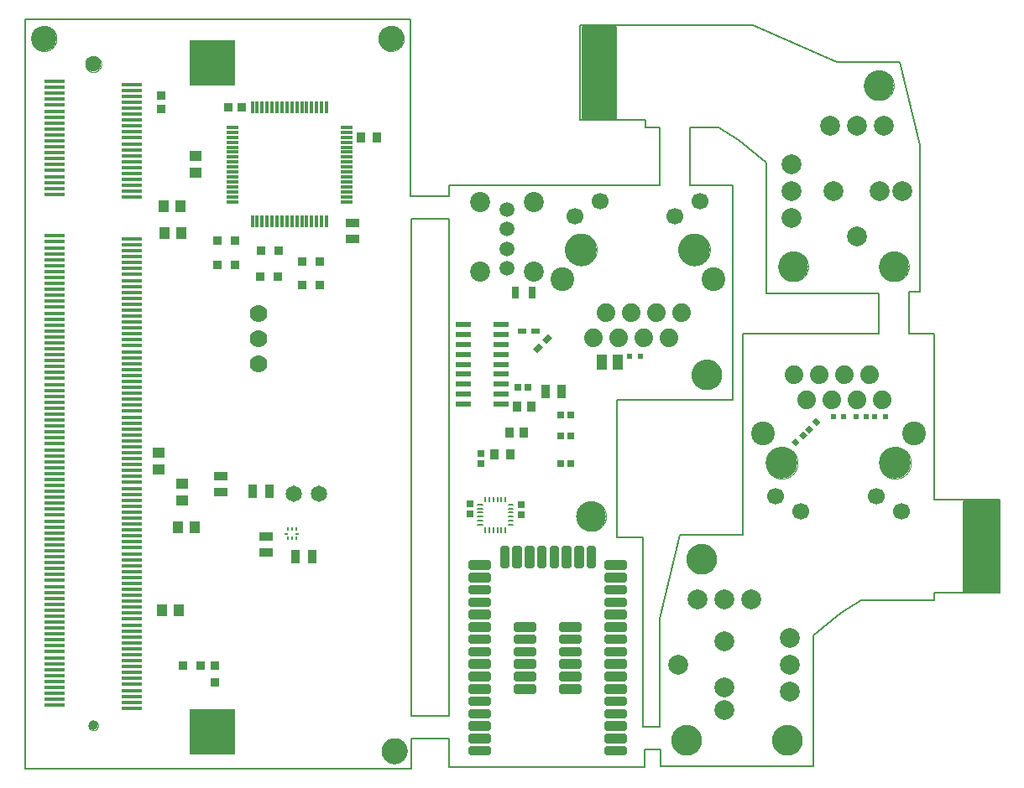
<source format=gts>
G75*
%MOIN*%
%OFA0B0*%
%FSLAX25Y25*%
%IPPOS*%
%LPD*%
%AMOC8*
5,1,8,0,0,1.08239X$1,22.5*
%
%ADD10C,0.00000*%
%ADD11C,0.10000*%
%ADD12C,0.11811*%
%ADD13C,0.00600*%
%ADD14C,0.00500*%
%ADD15R,0.05700X0.03800*%
%ADD16R,0.07874X0.01378*%
%ADD17R,0.18110X0.18110*%
%ADD18C,0.06298*%
%ADD19C,0.03800*%
%ADD20R,0.03959X0.04724*%
%ADD21R,0.04724X0.03959*%
%ADD22R,0.03600X0.03200*%
%ADD23R,0.03800X0.05700*%
%ADD24R,0.00866X0.01378*%
%ADD25R,0.01772X0.00866*%
%ADD26R,0.01378X0.00866*%
%ADD27C,0.06500*%
%ADD28R,0.03800X0.03600*%
%ADD29R,0.01181X0.04724*%
%ADD30R,0.04724X0.01181*%
%ADD31R,0.03200X0.03600*%
%ADD32C,0.07000*%
%ADD33R,0.03200X0.04200*%
%ADD34R,0.03600X0.03800*%
%ADD35C,0.00787*%
%ADD36C,0.07400*%
%ADD37C,0.09449*%
%ADD38C,0.06693*%
%ADD39C,0.12598*%
%ADD40C,0.05906*%
%ADD41C,0.07972*%
%ADD42C,0.02756*%
%ADD43R,0.06496X0.02362*%
%ADD44R,0.06000X0.02300*%
%ADD45R,0.03600X0.04100*%
%ADD46R,0.02200X0.02400*%
%ADD47R,0.04400X0.05900*%
%ADD48R,0.03400X0.02400*%
%ADD49R,0.02800X0.04900*%
%ADD50R,0.02800X0.02800*%
%ADD51C,0.07874*%
%ADD52R,0.11811X0.02362*%
%ADD53R,0.08661X0.02362*%
%ADD54R,0.10236X0.02362*%
D10*
X0063542Y0056068D02*
X0063544Y0056155D01*
X0063550Y0056242D01*
X0063560Y0056329D01*
X0063574Y0056415D01*
X0063592Y0056500D01*
X0063613Y0056584D01*
X0063639Y0056668D01*
X0063668Y0056750D01*
X0063702Y0056830D01*
X0063738Y0056909D01*
X0063779Y0056986D01*
X0063823Y0057062D01*
X0063870Y0057135D01*
X0063920Y0057206D01*
X0063974Y0057274D01*
X0064031Y0057340D01*
X0064091Y0057404D01*
X0064153Y0057464D01*
X0064219Y0057522D01*
X0064287Y0057576D01*
X0064357Y0057628D01*
X0064430Y0057676D01*
X0064505Y0057721D01*
X0064581Y0057762D01*
X0064660Y0057800D01*
X0064740Y0057834D01*
X0064822Y0057864D01*
X0064905Y0057890D01*
X0064989Y0057913D01*
X0065074Y0057932D01*
X0065160Y0057947D01*
X0065246Y0057958D01*
X0065333Y0057965D01*
X0065420Y0057968D01*
X0065507Y0057967D01*
X0065594Y0057962D01*
X0065681Y0057953D01*
X0065767Y0057940D01*
X0065853Y0057923D01*
X0065937Y0057902D01*
X0066021Y0057878D01*
X0066103Y0057849D01*
X0066184Y0057817D01*
X0066264Y0057781D01*
X0066341Y0057742D01*
X0066417Y0057699D01*
X0066491Y0057652D01*
X0066562Y0057603D01*
X0066631Y0057550D01*
X0066698Y0057493D01*
X0066762Y0057434D01*
X0066823Y0057372D01*
X0066882Y0057308D01*
X0066937Y0057240D01*
X0066989Y0057171D01*
X0067038Y0057099D01*
X0067084Y0057024D01*
X0067126Y0056948D01*
X0067164Y0056870D01*
X0067199Y0056790D01*
X0067231Y0056709D01*
X0067258Y0056626D01*
X0067282Y0056542D01*
X0067302Y0056457D01*
X0067318Y0056372D01*
X0067330Y0056285D01*
X0067338Y0056199D01*
X0067342Y0056112D01*
X0067342Y0056024D01*
X0067338Y0055937D01*
X0067330Y0055851D01*
X0067318Y0055764D01*
X0067302Y0055679D01*
X0067282Y0055594D01*
X0067258Y0055510D01*
X0067231Y0055427D01*
X0067199Y0055346D01*
X0067164Y0055266D01*
X0067126Y0055188D01*
X0067084Y0055112D01*
X0067038Y0055037D01*
X0066989Y0054965D01*
X0066937Y0054896D01*
X0066882Y0054828D01*
X0066823Y0054764D01*
X0066762Y0054702D01*
X0066698Y0054643D01*
X0066631Y0054586D01*
X0066562Y0054533D01*
X0066491Y0054484D01*
X0066417Y0054437D01*
X0066341Y0054394D01*
X0066264Y0054355D01*
X0066184Y0054319D01*
X0066103Y0054287D01*
X0066021Y0054258D01*
X0065937Y0054234D01*
X0065853Y0054213D01*
X0065767Y0054196D01*
X0065681Y0054183D01*
X0065594Y0054174D01*
X0065507Y0054169D01*
X0065420Y0054168D01*
X0065333Y0054171D01*
X0065246Y0054178D01*
X0065160Y0054189D01*
X0065074Y0054204D01*
X0064989Y0054223D01*
X0064905Y0054246D01*
X0064822Y0054272D01*
X0064740Y0054302D01*
X0064660Y0054336D01*
X0064581Y0054374D01*
X0064505Y0054415D01*
X0064430Y0054460D01*
X0064357Y0054508D01*
X0064287Y0054560D01*
X0064219Y0054614D01*
X0064153Y0054672D01*
X0064091Y0054732D01*
X0064031Y0054796D01*
X0063974Y0054862D01*
X0063920Y0054930D01*
X0063870Y0055001D01*
X0063823Y0055074D01*
X0063779Y0055150D01*
X0063738Y0055227D01*
X0063702Y0055306D01*
X0063668Y0055386D01*
X0063639Y0055468D01*
X0063613Y0055552D01*
X0063592Y0055636D01*
X0063574Y0055721D01*
X0063560Y0055807D01*
X0063550Y0055894D01*
X0063544Y0055981D01*
X0063542Y0056068D01*
X0179942Y0046033D02*
X0179944Y0046174D01*
X0179950Y0046315D01*
X0179960Y0046455D01*
X0179974Y0046595D01*
X0179992Y0046735D01*
X0180013Y0046874D01*
X0180039Y0047013D01*
X0180068Y0047151D01*
X0180102Y0047287D01*
X0180139Y0047423D01*
X0180180Y0047558D01*
X0180225Y0047692D01*
X0180274Y0047824D01*
X0180326Y0047955D01*
X0180382Y0048084D01*
X0180442Y0048211D01*
X0180505Y0048337D01*
X0180571Y0048461D01*
X0180642Y0048584D01*
X0180715Y0048704D01*
X0180792Y0048822D01*
X0180872Y0048938D01*
X0180956Y0049051D01*
X0181042Y0049162D01*
X0181132Y0049271D01*
X0181225Y0049377D01*
X0181320Y0049480D01*
X0181419Y0049581D01*
X0181520Y0049679D01*
X0181624Y0049774D01*
X0181731Y0049866D01*
X0181840Y0049955D01*
X0181952Y0050040D01*
X0182066Y0050123D01*
X0182182Y0050203D01*
X0182301Y0050279D01*
X0182422Y0050351D01*
X0182544Y0050421D01*
X0182669Y0050486D01*
X0182795Y0050549D01*
X0182923Y0050607D01*
X0183053Y0050662D01*
X0183184Y0050714D01*
X0183317Y0050761D01*
X0183451Y0050805D01*
X0183586Y0050846D01*
X0183722Y0050882D01*
X0183859Y0050914D01*
X0183997Y0050943D01*
X0184135Y0050968D01*
X0184275Y0050988D01*
X0184415Y0051005D01*
X0184555Y0051018D01*
X0184696Y0051027D01*
X0184836Y0051032D01*
X0184977Y0051033D01*
X0185118Y0051030D01*
X0185259Y0051023D01*
X0185399Y0051012D01*
X0185539Y0050997D01*
X0185679Y0050978D01*
X0185818Y0050956D01*
X0185956Y0050929D01*
X0186094Y0050899D01*
X0186230Y0050864D01*
X0186366Y0050826D01*
X0186500Y0050784D01*
X0186634Y0050738D01*
X0186766Y0050689D01*
X0186896Y0050635D01*
X0187025Y0050578D01*
X0187152Y0050518D01*
X0187278Y0050454D01*
X0187401Y0050386D01*
X0187523Y0050315D01*
X0187643Y0050241D01*
X0187760Y0050163D01*
X0187875Y0050082D01*
X0187988Y0049998D01*
X0188099Y0049911D01*
X0188207Y0049820D01*
X0188312Y0049727D01*
X0188415Y0049630D01*
X0188515Y0049531D01*
X0188612Y0049429D01*
X0188706Y0049324D01*
X0188797Y0049217D01*
X0188885Y0049107D01*
X0188970Y0048995D01*
X0189052Y0048880D01*
X0189131Y0048763D01*
X0189206Y0048644D01*
X0189278Y0048523D01*
X0189346Y0048400D01*
X0189411Y0048275D01*
X0189473Y0048148D01*
X0189530Y0048019D01*
X0189585Y0047889D01*
X0189635Y0047758D01*
X0189682Y0047625D01*
X0189725Y0047491D01*
X0189764Y0047355D01*
X0189799Y0047219D01*
X0189831Y0047082D01*
X0189858Y0046944D01*
X0189882Y0046805D01*
X0189902Y0046665D01*
X0189918Y0046525D01*
X0189930Y0046385D01*
X0189938Y0046244D01*
X0189942Y0046103D01*
X0189942Y0045963D01*
X0189938Y0045822D01*
X0189930Y0045681D01*
X0189918Y0045541D01*
X0189902Y0045401D01*
X0189882Y0045261D01*
X0189858Y0045122D01*
X0189831Y0044984D01*
X0189799Y0044847D01*
X0189764Y0044711D01*
X0189725Y0044575D01*
X0189682Y0044441D01*
X0189635Y0044308D01*
X0189585Y0044177D01*
X0189530Y0044047D01*
X0189473Y0043918D01*
X0189411Y0043791D01*
X0189346Y0043666D01*
X0189278Y0043543D01*
X0189206Y0043422D01*
X0189131Y0043303D01*
X0189052Y0043186D01*
X0188970Y0043071D01*
X0188885Y0042959D01*
X0188797Y0042849D01*
X0188706Y0042742D01*
X0188612Y0042637D01*
X0188515Y0042535D01*
X0188415Y0042436D01*
X0188312Y0042339D01*
X0188207Y0042246D01*
X0188099Y0042155D01*
X0187988Y0042068D01*
X0187875Y0041984D01*
X0187760Y0041903D01*
X0187643Y0041825D01*
X0187523Y0041751D01*
X0187401Y0041680D01*
X0187278Y0041612D01*
X0187152Y0041548D01*
X0187025Y0041488D01*
X0186896Y0041431D01*
X0186766Y0041377D01*
X0186634Y0041328D01*
X0186500Y0041282D01*
X0186366Y0041240D01*
X0186230Y0041202D01*
X0186094Y0041167D01*
X0185956Y0041137D01*
X0185818Y0041110D01*
X0185679Y0041088D01*
X0185539Y0041069D01*
X0185399Y0041054D01*
X0185259Y0041043D01*
X0185118Y0041036D01*
X0184977Y0041033D01*
X0184836Y0041034D01*
X0184696Y0041039D01*
X0184555Y0041048D01*
X0184415Y0041061D01*
X0184275Y0041078D01*
X0184135Y0041098D01*
X0183997Y0041123D01*
X0183859Y0041152D01*
X0183722Y0041184D01*
X0183586Y0041220D01*
X0183451Y0041261D01*
X0183317Y0041305D01*
X0183184Y0041352D01*
X0183053Y0041404D01*
X0182923Y0041459D01*
X0182795Y0041517D01*
X0182669Y0041580D01*
X0182544Y0041645D01*
X0182422Y0041715D01*
X0182301Y0041787D01*
X0182182Y0041863D01*
X0182066Y0041943D01*
X0181952Y0042026D01*
X0181840Y0042111D01*
X0181731Y0042200D01*
X0181624Y0042292D01*
X0181520Y0042387D01*
X0181419Y0042485D01*
X0181320Y0042586D01*
X0181225Y0042689D01*
X0181132Y0042795D01*
X0181042Y0042904D01*
X0180956Y0043015D01*
X0180872Y0043128D01*
X0180792Y0043244D01*
X0180715Y0043362D01*
X0180642Y0043482D01*
X0180571Y0043605D01*
X0180505Y0043729D01*
X0180442Y0043855D01*
X0180382Y0043982D01*
X0180326Y0044111D01*
X0180274Y0044242D01*
X0180225Y0044374D01*
X0180180Y0044508D01*
X0180139Y0044643D01*
X0180102Y0044779D01*
X0180068Y0044915D01*
X0180039Y0045053D01*
X0180013Y0045192D01*
X0179992Y0045331D01*
X0179974Y0045471D01*
X0179960Y0045611D01*
X0179950Y0045751D01*
X0179944Y0045892D01*
X0179942Y0046033D01*
X0257263Y0139317D02*
X0257265Y0139470D01*
X0257271Y0139624D01*
X0257281Y0139777D01*
X0257295Y0139929D01*
X0257313Y0140082D01*
X0257335Y0140233D01*
X0257360Y0140384D01*
X0257390Y0140535D01*
X0257424Y0140685D01*
X0257461Y0140833D01*
X0257502Y0140981D01*
X0257547Y0141127D01*
X0257596Y0141273D01*
X0257649Y0141417D01*
X0257705Y0141559D01*
X0257765Y0141700D01*
X0257829Y0141840D01*
X0257896Y0141978D01*
X0257967Y0142114D01*
X0258042Y0142248D01*
X0258119Y0142380D01*
X0258201Y0142510D01*
X0258285Y0142638D01*
X0258373Y0142764D01*
X0258464Y0142887D01*
X0258558Y0143008D01*
X0258656Y0143126D01*
X0258756Y0143242D01*
X0258860Y0143355D01*
X0258966Y0143466D01*
X0259075Y0143574D01*
X0259187Y0143679D01*
X0259301Y0143780D01*
X0259419Y0143879D01*
X0259538Y0143975D01*
X0259660Y0144068D01*
X0259785Y0144157D01*
X0259912Y0144244D01*
X0260041Y0144326D01*
X0260172Y0144406D01*
X0260305Y0144482D01*
X0260440Y0144555D01*
X0260577Y0144624D01*
X0260716Y0144689D01*
X0260856Y0144751D01*
X0260998Y0144809D01*
X0261141Y0144864D01*
X0261286Y0144915D01*
X0261432Y0144962D01*
X0261579Y0145005D01*
X0261727Y0145044D01*
X0261876Y0145080D01*
X0262026Y0145111D01*
X0262177Y0145139D01*
X0262328Y0145163D01*
X0262481Y0145183D01*
X0262633Y0145199D01*
X0262786Y0145211D01*
X0262939Y0145219D01*
X0263092Y0145223D01*
X0263246Y0145223D01*
X0263399Y0145219D01*
X0263552Y0145211D01*
X0263705Y0145199D01*
X0263857Y0145183D01*
X0264010Y0145163D01*
X0264161Y0145139D01*
X0264312Y0145111D01*
X0264462Y0145080D01*
X0264611Y0145044D01*
X0264759Y0145005D01*
X0264906Y0144962D01*
X0265052Y0144915D01*
X0265197Y0144864D01*
X0265340Y0144809D01*
X0265482Y0144751D01*
X0265622Y0144689D01*
X0265761Y0144624D01*
X0265898Y0144555D01*
X0266033Y0144482D01*
X0266166Y0144406D01*
X0266297Y0144326D01*
X0266426Y0144244D01*
X0266553Y0144157D01*
X0266678Y0144068D01*
X0266800Y0143975D01*
X0266919Y0143879D01*
X0267037Y0143780D01*
X0267151Y0143679D01*
X0267263Y0143574D01*
X0267372Y0143466D01*
X0267478Y0143355D01*
X0267582Y0143242D01*
X0267682Y0143126D01*
X0267780Y0143008D01*
X0267874Y0142887D01*
X0267965Y0142764D01*
X0268053Y0142638D01*
X0268137Y0142510D01*
X0268219Y0142380D01*
X0268296Y0142248D01*
X0268371Y0142114D01*
X0268442Y0141978D01*
X0268509Y0141840D01*
X0268573Y0141700D01*
X0268633Y0141559D01*
X0268689Y0141417D01*
X0268742Y0141273D01*
X0268791Y0141127D01*
X0268836Y0140981D01*
X0268877Y0140833D01*
X0268914Y0140685D01*
X0268948Y0140535D01*
X0268978Y0140384D01*
X0269003Y0140233D01*
X0269025Y0140082D01*
X0269043Y0139929D01*
X0269057Y0139777D01*
X0269067Y0139624D01*
X0269073Y0139470D01*
X0269075Y0139317D01*
X0269073Y0139164D01*
X0269067Y0139010D01*
X0269057Y0138857D01*
X0269043Y0138705D01*
X0269025Y0138552D01*
X0269003Y0138401D01*
X0268978Y0138250D01*
X0268948Y0138099D01*
X0268914Y0137949D01*
X0268877Y0137801D01*
X0268836Y0137653D01*
X0268791Y0137507D01*
X0268742Y0137361D01*
X0268689Y0137217D01*
X0268633Y0137075D01*
X0268573Y0136934D01*
X0268509Y0136794D01*
X0268442Y0136656D01*
X0268371Y0136520D01*
X0268296Y0136386D01*
X0268219Y0136254D01*
X0268137Y0136124D01*
X0268053Y0135996D01*
X0267965Y0135870D01*
X0267874Y0135747D01*
X0267780Y0135626D01*
X0267682Y0135508D01*
X0267582Y0135392D01*
X0267478Y0135279D01*
X0267372Y0135168D01*
X0267263Y0135060D01*
X0267151Y0134955D01*
X0267037Y0134854D01*
X0266919Y0134755D01*
X0266800Y0134659D01*
X0266678Y0134566D01*
X0266553Y0134477D01*
X0266426Y0134390D01*
X0266297Y0134308D01*
X0266166Y0134228D01*
X0266033Y0134152D01*
X0265898Y0134079D01*
X0265761Y0134010D01*
X0265622Y0133945D01*
X0265482Y0133883D01*
X0265340Y0133825D01*
X0265197Y0133770D01*
X0265052Y0133719D01*
X0264906Y0133672D01*
X0264759Y0133629D01*
X0264611Y0133590D01*
X0264462Y0133554D01*
X0264312Y0133523D01*
X0264161Y0133495D01*
X0264010Y0133471D01*
X0263857Y0133451D01*
X0263705Y0133435D01*
X0263552Y0133423D01*
X0263399Y0133415D01*
X0263246Y0133411D01*
X0263092Y0133411D01*
X0262939Y0133415D01*
X0262786Y0133423D01*
X0262633Y0133435D01*
X0262481Y0133451D01*
X0262328Y0133471D01*
X0262177Y0133495D01*
X0262026Y0133523D01*
X0261876Y0133554D01*
X0261727Y0133590D01*
X0261579Y0133629D01*
X0261432Y0133672D01*
X0261286Y0133719D01*
X0261141Y0133770D01*
X0260998Y0133825D01*
X0260856Y0133883D01*
X0260716Y0133945D01*
X0260577Y0134010D01*
X0260440Y0134079D01*
X0260305Y0134152D01*
X0260172Y0134228D01*
X0260041Y0134308D01*
X0259912Y0134390D01*
X0259785Y0134477D01*
X0259660Y0134566D01*
X0259538Y0134659D01*
X0259419Y0134755D01*
X0259301Y0134854D01*
X0259187Y0134955D01*
X0259075Y0135060D01*
X0258966Y0135168D01*
X0258860Y0135279D01*
X0258756Y0135392D01*
X0258656Y0135508D01*
X0258558Y0135626D01*
X0258464Y0135747D01*
X0258373Y0135870D01*
X0258285Y0135996D01*
X0258201Y0136124D01*
X0258119Y0136254D01*
X0258042Y0136386D01*
X0257967Y0136520D01*
X0257896Y0136656D01*
X0257829Y0136794D01*
X0257765Y0136934D01*
X0257705Y0137075D01*
X0257649Y0137217D01*
X0257596Y0137361D01*
X0257547Y0137507D01*
X0257502Y0137653D01*
X0257461Y0137801D01*
X0257424Y0137949D01*
X0257390Y0138099D01*
X0257360Y0138250D01*
X0257335Y0138401D01*
X0257313Y0138552D01*
X0257295Y0138705D01*
X0257281Y0138857D01*
X0257271Y0139010D01*
X0257265Y0139164D01*
X0257263Y0139317D01*
X0301036Y0122333D02*
X0301038Y0122486D01*
X0301044Y0122640D01*
X0301054Y0122793D01*
X0301068Y0122945D01*
X0301086Y0123098D01*
X0301108Y0123249D01*
X0301133Y0123400D01*
X0301163Y0123551D01*
X0301197Y0123701D01*
X0301234Y0123849D01*
X0301275Y0123997D01*
X0301320Y0124143D01*
X0301369Y0124289D01*
X0301422Y0124433D01*
X0301478Y0124575D01*
X0301538Y0124716D01*
X0301602Y0124856D01*
X0301669Y0124994D01*
X0301740Y0125130D01*
X0301815Y0125264D01*
X0301892Y0125396D01*
X0301974Y0125526D01*
X0302058Y0125654D01*
X0302146Y0125780D01*
X0302237Y0125903D01*
X0302331Y0126024D01*
X0302429Y0126142D01*
X0302529Y0126258D01*
X0302633Y0126371D01*
X0302739Y0126482D01*
X0302848Y0126590D01*
X0302960Y0126695D01*
X0303074Y0126796D01*
X0303192Y0126895D01*
X0303311Y0126991D01*
X0303433Y0127084D01*
X0303558Y0127173D01*
X0303685Y0127260D01*
X0303814Y0127342D01*
X0303945Y0127422D01*
X0304078Y0127498D01*
X0304213Y0127571D01*
X0304350Y0127640D01*
X0304489Y0127705D01*
X0304629Y0127767D01*
X0304771Y0127825D01*
X0304914Y0127880D01*
X0305059Y0127931D01*
X0305205Y0127978D01*
X0305352Y0128021D01*
X0305500Y0128060D01*
X0305649Y0128096D01*
X0305799Y0128127D01*
X0305950Y0128155D01*
X0306101Y0128179D01*
X0306254Y0128199D01*
X0306406Y0128215D01*
X0306559Y0128227D01*
X0306712Y0128235D01*
X0306865Y0128239D01*
X0307019Y0128239D01*
X0307172Y0128235D01*
X0307325Y0128227D01*
X0307478Y0128215D01*
X0307630Y0128199D01*
X0307783Y0128179D01*
X0307934Y0128155D01*
X0308085Y0128127D01*
X0308235Y0128096D01*
X0308384Y0128060D01*
X0308532Y0128021D01*
X0308679Y0127978D01*
X0308825Y0127931D01*
X0308970Y0127880D01*
X0309113Y0127825D01*
X0309255Y0127767D01*
X0309395Y0127705D01*
X0309534Y0127640D01*
X0309671Y0127571D01*
X0309806Y0127498D01*
X0309939Y0127422D01*
X0310070Y0127342D01*
X0310199Y0127260D01*
X0310326Y0127173D01*
X0310451Y0127084D01*
X0310573Y0126991D01*
X0310692Y0126895D01*
X0310810Y0126796D01*
X0310924Y0126695D01*
X0311036Y0126590D01*
X0311145Y0126482D01*
X0311251Y0126371D01*
X0311355Y0126258D01*
X0311455Y0126142D01*
X0311553Y0126024D01*
X0311647Y0125903D01*
X0311738Y0125780D01*
X0311826Y0125654D01*
X0311910Y0125526D01*
X0311992Y0125396D01*
X0312069Y0125264D01*
X0312144Y0125130D01*
X0312215Y0124994D01*
X0312282Y0124856D01*
X0312346Y0124716D01*
X0312406Y0124575D01*
X0312462Y0124433D01*
X0312515Y0124289D01*
X0312564Y0124143D01*
X0312609Y0123997D01*
X0312650Y0123849D01*
X0312687Y0123701D01*
X0312721Y0123551D01*
X0312751Y0123400D01*
X0312776Y0123249D01*
X0312798Y0123098D01*
X0312816Y0122945D01*
X0312830Y0122793D01*
X0312840Y0122640D01*
X0312846Y0122486D01*
X0312848Y0122333D01*
X0312846Y0122180D01*
X0312840Y0122026D01*
X0312830Y0121873D01*
X0312816Y0121721D01*
X0312798Y0121568D01*
X0312776Y0121417D01*
X0312751Y0121266D01*
X0312721Y0121115D01*
X0312687Y0120965D01*
X0312650Y0120817D01*
X0312609Y0120669D01*
X0312564Y0120523D01*
X0312515Y0120377D01*
X0312462Y0120233D01*
X0312406Y0120091D01*
X0312346Y0119950D01*
X0312282Y0119810D01*
X0312215Y0119672D01*
X0312144Y0119536D01*
X0312069Y0119402D01*
X0311992Y0119270D01*
X0311910Y0119140D01*
X0311826Y0119012D01*
X0311738Y0118886D01*
X0311647Y0118763D01*
X0311553Y0118642D01*
X0311455Y0118524D01*
X0311355Y0118408D01*
X0311251Y0118295D01*
X0311145Y0118184D01*
X0311036Y0118076D01*
X0310924Y0117971D01*
X0310810Y0117870D01*
X0310692Y0117771D01*
X0310573Y0117675D01*
X0310451Y0117582D01*
X0310326Y0117493D01*
X0310199Y0117406D01*
X0310070Y0117324D01*
X0309939Y0117244D01*
X0309806Y0117168D01*
X0309671Y0117095D01*
X0309534Y0117026D01*
X0309395Y0116961D01*
X0309255Y0116899D01*
X0309113Y0116841D01*
X0308970Y0116786D01*
X0308825Y0116735D01*
X0308679Y0116688D01*
X0308532Y0116645D01*
X0308384Y0116606D01*
X0308235Y0116570D01*
X0308085Y0116539D01*
X0307934Y0116511D01*
X0307783Y0116487D01*
X0307630Y0116467D01*
X0307478Y0116451D01*
X0307325Y0116439D01*
X0307172Y0116431D01*
X0307019Y0116427D01*
X0306865Y0116427D01*
X0306712Y0116431D01*
X0306559Y0116439D01*
X0306406Y0116451D01*
X0306254Y0116467D01*
X0306101Y0116487D01*
X0305950Y0116511D01*
X0305799Y0116539D01*
X0305649Y0116570D01*
X0305500Y0116606D01*
X0305352Y0116645D01*
X0305205Y0116688D01*
X0305059Y0116735D01*
X0304914Y0116786D01*
X0304771Y0116841D01*
X0304629Y0116899D01*
X0304489Y0116961D01*
X0304350Y0117026D01*
X0304213Y0117095D01*
X0304078Y0117168D01*
X0303945Y0117244D01*
X0303814Y0117324D01*
X0303685Y0117406D01*
X0303558Y0117493D01*
X0303433Y0117582D01*
X0303311Y0117675D01*
X0303192Y0117771D01*
X0303074Y0117870D01*
X0302960Y0117971D01*
X0302848Y0118076D01*
X0302739Y0118184D01*
X0302633Y0118295D01*
X0302529Y0118408D01*
X0302429Y0118524D01*
X0302331Y0118642D01*
X0302237Y0118763D01*
X0302146Y0118886D01*
X0302058Y0119012D01*
X0301974Y0119140D01*
X0301892Y0119270D01*
X0301815Y0119402D01*
X0301740Y0119536D01*
X0301669Y0119672D01*
X0301602Y0119810D01*
X0301538Y0119950D01*
X0301478Y0120091D01*
X0301422Y0120233D01*
X0301369Y0120377D01*
X0301320Y0120523D01*
X0301275Y0120669D01*
X0301234Y0120817D01*
X0301197Y0120965D01*
X0301163Y0121115D01*
X0301133Y0121266D01*
X0301108Y0121417D01*
X0301086Y0121568D01*
X0301068Y0121721D01*
X0301054Y0121873D01*
X0301044Y0122026D01*
X0301038Y0122180D01*
X0301036Y0122333D01*
X0332581Y0160523D02*
X0332583Y0160681D01*
X0332589Y0160839D01*
X0332599Y0160997D01*
X0332613Y0161155D01*
X0332631Y0161312D01*
X0332652Y0161469D01*
X0332678Y0161625D01*
X0332708Y0161781D01*
X0332741Y0161936D01*
X0332779Y0162089D01*
X0332820Y0162242D01*
X0332865Y0162394D01*
X0332914Y0162545D01*
X0332967Y0162694D01*
X0333023Y0162842D01*
X0333083Y0162988D01*
X0333147Y0163133D01*
X0333215Y0163276D01*
X0333286Y0163418D01*
X0333360Y0163558D01*
X0333438Y0163695D01*
X0333520Y0163831D01*
X0333604Y0163965D01*
X0333693Y0164096D01*
X0333784Y0164225D01*
X0333879Y0164352D01*
X0333976Y0164477D01*
X0334077Y0164599D01*
X0334181Y0164718D01*
X0334288Y0164835D01*
X0334398Y0164949D01*
X0334511Y0165060D01*
X0334626Y0165169D01*
X0334744Y0165274D01*
X0334865Y0165376D01*
X0334988Y0165476D01*
X0335114Y0165572D01*
X0335242Y0165665D01*
X0335372Y0165755D01*
X0335505Y0165841D01*
X0335640Y0165925D01*
X0335776Y0166004D01*
X0335915Y0166081D01*
X0336056Y0166153D01*
X0336198Y0166223D01*
X0336342Y0166288D01*
X0336488Y0166350D01*
X0336635Y0166408D01*
X0336784Y0166463D01*
X0336934Y0166514D01*
X0337085Y0166561D01*
X0337237Y0166604D01*
X0337390Y0166643D01*
X0337545Y0166679D01*
X0337700Y0166710D01*
X0337856Y0166738D01*
X0338012Y0166762D01*
X0338169Y0166782D01*
X0338327Y0166798D01*
X0338484Y0166810D01*
X0338643Y0166818D01*
X0338801Y0166822D01*
X0338959Y0166822D01*
X0339117Y0166818D01*
X0339276Y0166810D01*
X0339433Y0166798D01*
X0339591Y0166782D01*
X0339748Y0166762D01*
X0339904Y0166738D01*
X0340060Y0166710D01*
X0340215Y0166679D01*
X0340370Y0166643D01*
X0340523Y0166604D01*
X0340675Y0166561D01*
X0340826Y0166514D01*
X0340976Y0166463D01*
X0341125Y0166408D01*
X0341272Y0166350D01*
X0341418Y0166288D01*
X0341562Y0166223D01*
X0341704Y0166153D01*
X0341845Y0166081D01*
X0341984Y0166004D01*
X0342120Y0165925D01*
X0342255Y0165841D01*
X0342388Y0165755D01*
X0342518Y0165665D01*
X0342646Y0165572D01*
X0342772Y0165476D01*
X0342895Y0165376D01*
X0343016Y0165274D01*
X0343134Y0165169D01*
X0343249Y0165060D01*
X0343362Y0164949D01*
X0343472Y0164835D01*
X0343579Y0164718D01*
X0343683Y0164599D01*
X0343784Y0164477D01*
X0343881Y0164352D01*
X0343976Y0164225D01*
X0344067Y0164096D01*
X0344156Y0163965D01*
X0344240Y0163831D01*
X0344322Y0163695D01*
X0344400Y0163558D01*
X0344474Y0163418D01*
X0344545Y0163276D01*
X0344613Y0163133D01*
X0344677Y0162988D01*
X0344737Y0162842D01*
X0344793Y0162694D01*
X0344846Y0162545D01*
X0344895Y0162394D01*
X0344940Y0162242D01*
X0344981Y0162089D01*
X0345019Y0161936D01*
X0345052Y0161781D01*
X0345082Y0161625D01*
X0345108Y0161469D01*
X0345129Y0161312D01*
X0345147Y0161155D01*
X0345161Y0160997D01*
X0345171Y0160839D01*
X0345177Y0160681D01*
X0345179Y0160523D01*
X0345177Y0160365D01*
X0345171Y0160207D01*
X0345161Y0160049D01*
X0345147Y0159891D01*
X0345129Y0159734D01*
X0345108Y0159577D01*
X0345082Y0159421D01*
X0345052Y0159265D01*
X0345019Y0159110D01*
X0344981Y0158957D01*
X0344940Y0158804D01*
X0344895Y0158652D01*
X0344846Y0158501D01*
X0344793Y0158352D01*
X0344737Y0158204D01*
X0344677Y0158058D01*
X0344613Y0157913D01*
X0344545Y0157770D01*
X0344474Y0157628D01*
X0344400Y0157488D01*
X0344322Y0157351D01*
X0344240Y0157215D01*
X0344156Y0157081D01*
X0344067Y0156950D01*
X0343976Y0156821D01*
X0343881Y0156694D01*
X0343784Y0156569D01*
X0343683Y0156447D01*
X0343579Y0156328D01*
X0343472Y0156211D01*
X0343362Y0156097D01*
X0343249Y0155986D01*
X0343134Y0155877D01*
X0343016Y0155772D01*
X0342895Y0155670D01*
X0342772Y0155570D01*
X0342646Y0155474D01*
X0342518Y0155381D01*
X0342388Y0155291D01*
X0342255Y0155205D01*
X0342120Y0155121D01*
X0341984Y0155042D01*
X0341845Y0154965D01*
X0341704Y0154893D01*
X0341562Y0154823D01*
X0341418Y0154758D01*
X0341272Y0154696D01*
X0341125Y0154638D01*
X0340976Y0154583D01*
X0340826Y0154532D01*
X0340675Y0154485D01*
X0340523Y0154442D01*
X0340370Y0154403D01*
X0340215Y0154367D01*
X0340060Y0154336D01*
X0339904Y0154308D01*
X0339748Y0154284D01*
X0339591Y0154264D01*
X0339433Y0154248D01*
X0339276Y0154236D01*
X0339117Y0154228D01*
X0338959Y0154224D01*
X0338801Y0154224D01*
X0338643Y0154228D01*
X0338484Y0154236D01*
X0338327Y0154248D01*
X0338169Y0154264D01*
X0338012Y0154284D01*
X0337856Y0154308D01*
X0337700Y0154336D01*
X0337545Y0154367D01*
X0337390Y0154403D01*
X0337237Y0154442D01*
X0337085Y0154485D01*
X0336934Y0154532D01*
X0336784Y0154583D01*
X0336635Y0154638D01*
X0336488Y0154696D01*
X0336342Y0154758D01*
X0336198Y0154823D01*
X0336056Y0154893D01*
X0335915Y0154965D01*
X0335776Y0155042D01*
X0335640Y0155121D01*
X0335505Y0155205D01*
X0335372Y0155291D01*
X0335242Y0155381D01*
X0335114Y0155474D01*
X0334988Y0155570D01*
X0334865Y0155670D01*
X0334744Y0155772D01*
X0334626Y0155877D01*
X0334511Y0155986D01*
X0334398Y0156097D01*
X0334288Y0156211D01*
X0334181Y0156328D01*
X0334077Y0156447D01*
X0333976Y0156569D01*
X0333879Y0156694D01*
X0333784Y0156821D01*
X0333693Y0156950D01*
X0333604Y0157081D01*
X0333520Y0157215D01*
X0333438Y0157351D01*
X0333360Y0157488D01*
X0333286Y0157628D01*
X0333215Y0157770D01*
X0333147Y0157913D01*
X0333083Y0158058D01*
X0333023Y0158204D01*
X0332967Y0158352D01*
X0332914Y0158501D01*
X0332865Y0158652D01*
X0332820Y0158804D01*
X0332779Y0158957D01*
X0332741Y0159110D01*
X0332708Y0159265D01*
X0332678Y0159421D01*
X0332652Y0159577D01*
X0332631Y0159734D01*
X0332613Y0159891D01*
X0332599Y0160049D01*
X0332589Y0160207D01*
X0332583Y0160365D01*
X0332581Y0160523D01*
X0303063Y0195635D02*
X0303065Y0195788D01*
X0303071Y0195942D01*
X0303081Y0196095D01*
X0303095Y0196247D01*
X0303113Y0196400D01*
X0303135Y0196551D01*
X0303160Y0196702D01*
X0303190Y0196853D01*
X0303224Y0197003D01*
X0303261Y0197151D01*
X0303302Y0197299D01*
X0303347Y0197445D01*
X0303396Y0197591D01*
X0303449Y0197735D01*
X0303505Y0197877D01*
X0303565Y0198018D01*
X0303629Y0198158D01*
X0303696Y0198296D01*
X0303767Y0198432D01*
X0303842Y0198566D01*
X0303919Y0198698D01*
X0304001Y0198828D01*
X0304085Y0198956D01*
X0304173Y0199082D01*
X0304264Y0199205D01*
X0304358Y0199326D01*
X0304456Y0199444D01*
X0304556Y0199560D01*
X0304660Y0199673D01*
X0304766Y0199784D01*
X0304875Y0199892D01*
X0304987Y0199997D01*
X0305101Y0200098D01*
X0305219Y0200197D01*
X0305338Y0200293D01*
X0305460Y0200386D01*
X0305585Y0200475D01*
X0305712Y0200562D01*
X0305841Y0200644D01*
X0305972Y0200724D01*
X0306105Y0200800D01*
X0306240Y0200873D01*
X0306377Y0200942D01*
X0306516Y0201007D01*
X0306656Y0201069D01*
X0306798Y0201127D01*
X0306941Y0201182D01*
X0307086Y0201233D01*
X0307232Y0201280D01*
X0307379Y0201323D01*
X0307527Y0201362D01*
X0307676Y0201398D01*
X0307826Y0201429D01*
X0307977Y0201457D01*
X0308128Y0201481D01*
X0308281Y0201501D01*
X0308433Y0201517D01*
X0308586Y0201529D01*
X0308739Y0201537D01*
X0308892Y0201541D01*
X0309046Y0201541D01*
X0309199Y0201537D01*
X0309352Y0201529D01*
X0309505Y0201517D01*
X0309657Y0201501D01*
X0309810Y0201481D01*
X0309961Y0201457D01*
X0310112Y0201429D01*
X0310262Y0201398D01*
X0310411Y0201362D01*
X0310559Y0201323D01*
X0310706Y0201280D01*
X0310852Y0201233D01*
X0310997Y0201182D01*
X0311140Y0201127D01*
X0311282Y0201069D01*
X0311422Y0201007D01*
X0311561Y0200942D01*
X0311698Y0200873D01*
X0311833Y0200800D01*
X0311966Y0200724D01*
X0312097Y0200644D01*
X0312226Y0200562D01*
X0312353Y0200475D01*
X0312478Y0200386D01*
X0312600Y0200293D01*
X0312719Y0200197D01*
X0312837Y0200098D01*
X0312951Y0199997D01*
X0313063Y0199892D01*
X0313172Y0199784D01*
X0313278Y0199673D01*
X0313382Y0199560D01*
X0313482Y0199444D01*
X0313580Y0199326D01*
X0313674Y0199205D01*
X0313765Y0199082D01*
X0313853Y0198956D01*
X0313937Y0198828D01*
X0314019Y0198698D01*
X0314096Y0198566D01*
X0314171Y0198432D01*
X0314242Y0198296D01*
X0314309Y0198158D01*
X0314373Y0198018D01*
X0314433Y0197877D01*
X0314489Y0197735D01*
X0314542Y0197591D01*
X0314591Y0197445D01*
X0314636Y0197299D01*
X0314677Y0197151D01*
X0314714Y0197003D01*
X0314748Y0196853D01*
X0314778Y0196702D01*
X0314803Y0196551D01*
X0314825Y0196400D01*
X0314843Y0196247D01*
X0314857Y0196095D01*
X0314867Y0195942D01*
X0314873Y0195788D01*
X0314875Y0195635D01*
X0314873Y0195482D01*
X0314867Y0195328D01*
X0314857Y0195175D01*
X0314843Y0195023D01*
X0314825Y0194870D01*
X0314803Y0194719D01*
X0314778Y0194568D01*
X0314748Y0194417D01*
X0314714Y0194267D01*
X0314677Y0194119D01*
X0314636Y0193971D01*
X0314591Y0193825D01*
X0314542Y0193679D01*
X0314489Y0193535D01*
X0314433Y0193393D01*
X0314373Y0193252D01*
X0314309Y0193112D01*
X0314242Y0192974D01*
X0314171Y0192838D01*
X0314096Y0192704D01*
X0314019Y0192572D01*
X0313937Y0192442D01*
X0313853Y0192314D01*
X0313765Y0192188D01*
X0313674Y0192065D01*
X0313580Y0191944D01*
X0313482Y0191826D01*
X0313382Y0191710D01*
X0313278Y0191597D01*
X0313172Y0191486D01*
X0313063Y0191378D01*
X0312951Y0191273D01*
X0312837Y0191172D01*
X0312719Y0191073D01*
X0312600Y0190977D01*
X0312478Y0190884D01*
X0312353Y0190795D01*
X0312226Y0190708D01*
X0312097Y0190626D01*
X0311966Y0190546D01*
X0311833Y0190470D01*
X0311698Y0190397D01*
X0311561Y0190328D01*
X0311422Y0190263D01*
X0311282Y0190201D01*
X0311140Y0190143D01*
X0310997Y0190088D01*
X0310852Y0190037D01*
X0310706Y0189990D01*
X0310559Y0189947D01*
X0310411Y0189908D01*
X0310262Y0189872D01*
X0310112Y0189841D01*
X0309961Y0189813D01*
X0309810Y0189789D01*
X0309657Y0189769D01*
X0309505Y0189753D01*
X0309352Y0189741D01*
X0309199Y0189733D01*
X0309046Y0189729D01*
X0308892Y0189729D01*
X0308739Y0189733D01*
X0308586Y0189741D01*
X0308433Y0189753D01*
X0308281Y0189769D01*
X0308128Y0189789D01*
X0307977Y0189813D01*
X0307826Y0189841D01*
X0307676Y0189872D01*
X0307527Y0189908D01*
X0307379Y0189947D01*
X0307232Y0189990D01*
X0307086Y0190037D01*
X0306941Y0190088D01*
X0306798Y0190143D01*
X0306656Y0190201D01*
X0306516Y0190263D01*
X0306377Y0190328D01*
X0306240Y0190397D01*
X0306105Y0190470D01*
X0305972Y0190546D01*
X0305841Y0190626D01*
X0305712Y0190708D01*
X0305585Y0190795D01*
X0305460Y0190884D01*
X0305338Y0190977D01*
X0305219Y0191073D01*
X0305101Y0191172D01*
X0304987Y0191273D01*
X0304875Y0191378D01*
X0304766Y0191486D01*
X0304660Y0191597D01*
X0304556Y0191710D01*
X0304456Y0191826D01*
X0304358Y0191944D01*
X0304264Y0192065D01*
X0304173Y0192188D01*
X0304085Y0192314D01*
X0304001Y0192442D01*
X0303919Y0192572D01*
X0303842Y0192704D01*
X0303767Y0192838D01*
X0303696Y0192974D01*
X0303629Y0193112D01*
X0303565Y0193252D01*
X0303505Y0193393D01*
X0303449Y0193535D01*
X0303396Y0193679D01*
X0303347Y0193825D01*
X0303302Y0193971D01*
X0303261Y0194119D01*
X0303224Y0194267D01*
X0303190Y0194417D01*
X0303160Y0194568D01*
X0303135Y0194719D01*
X0303113Y0194870D01*
X0303095Y0195023D01*
X0303081Y0195175D01*
X0303071Y0195328D01*
X0303065Y0195482D01*
X0303063Y0195635D01*
X0337536Y0238633D02*
X0337538Y0238786D01*
X0337544Y0238940D01*
X0337554Y0239093D01*
X0337568Y0239245D01*
X0337586Y0239398D01*
X0337608Y0239549D01*
X0337633Y0239700D01*
X0337663Y0239851D01*
X0337697Y0240001D01*
X0337734Y0240149D01*
X0337775Y0240297D01*
X0337820Y0240443D01*
X0337869Y0240589D01*
X0337922Y0240733D01*
X0337978Y0240875D01*
X0338038Y0241016D01*
X0338102Y0241156D01*
X0338169Y0241294D01*
X0338240Y0241430D01*
X0338315Y0241564D01*
X0338392Y0241696D01*
X0338474Y0241826D01*
X0338558Y0241954D01*
X0338646Y0242080D01*
X0338737Y0242203D01*
X0338831Y0242324D01*
X0338929Y0242442D01*
X0339029Y0242558D01*
X0339133Y0242671D01*
X0339239Y0242782D01*
X0339348Y0242890D01*
X0339460Y0242995D01*
X0339574Y0243096D01*
X0339692Y0243195D01*
X0339811Y0243291D01*
X0339933Y0243384D01*
X0340058Y0243473D01*
X0340185Y0243560D01*
X0340314Y0243642D01*
X0340445Y0243722D01*
X0340578Y0243798D01*
X0340713Y0243871D01*
X0340850Y0243940D01*
X0340989Y0244005D01*
X0341129Y0244067D01*
X0341271Y0244125D01*
X0341414Y0244180D01*
X0341559Y0244231D01*
X0341705Y0244278D01*
X0341852Y0244321D01*
X0342000Y0244360D01*
X0342149Y0244396D01*
X0342299Y0244427D01*
X0342450Y0244455D01*
X0342601Y0244479D01*
X0342754Y0244499D01*
X0342906Y0244515D01*
X0343059Y0244527D01*
X0343212Y0244535D01*
X0343365Y0244539D01*
X0343519Y0244539D01*
X0343672Y0244535D01*
X0343825Y0244527D01*
X0343978Y0244515D01*
X0344130Y0244499D01*
X0344283Y0244479D01*
X0344434Y0244455D01*
X0344585Y0244427D01*
X0344735Y0244396D01*
X0344884Y0244360D01*
X0345032Y0244321D01*
X0345179Y0244278D01*
X0345325Y0244231D01*
X0345470Y0244180D01*
X0345613Y0244125D01*
X0345755Y0244067D01*
X0345895Y0244005D01*
X0346034Y0243940D01*
X0346171Y0243871D01*
X0346306Y0243798D01*
X0346439Y0243722D01*
X0346570Y0243642D01*
X0346699Y0243560D01*
X0346826Y0243473D01*
X0346951Y0243384D01*
X0347073Y0243291D01*
X0347192Y0243195D01*
X0347310Y0243096D01*
X0347424Y0242995D01*
X0347536Y0242890D01*
X0347645Y0242782D01*
X0347751Y0242671D01*
X0347855Y0242558D01*
X0347955Y0242442D01*
X0348053Y0242324D01*
X0348147Y0242203D01*
X0348238Y0242080D01*
X0348326Y0241954D01*
X0348410Y0241826D01*
X0348492Y0241696D01*
X0348569Y0241564D01*
X0348644Y0241430D01*
X0348715Y0241294D01*
X0348782Y0241156D01*
X0348846Y0241016D01*
X0348906Y0240875D01*
X0348962Y0240733D01*
X0349015Y0240589D01*
X0349064Y0240443D01*
X0349109Y0240297D01*
X0349150Y0240149D01*
X0349187Y0240001D01*
X0349221Y0239851D01*
X0349251Y0239700D01*
X0349276Y0239549D01*
X0349298Y0239398D01*
X0349316Y0239245D01*
X0349330Y0239093D01*
X0349340Y0238940D01*
X0349346Y0238786D01*
X0349348Y0238633D01*
X0349346Y0238480D01*
X0349340Y0238326D01*
X0349330Y0238173D01*
X0349316Y0238021D01*
X0349298Y0237868D01*
X0349276Y0237717D01*
X0349251Y0237566D01*
X0349221Y0237415D01*
X0349187Y0237265D01*
X0349150Y0237117D01*
X0349109Y0236969D01*
X0349064Y0236823D01*
X0349015Y0236677D01*
X0348962Y0236533D01*
X0348906Y0236391D01*
X0348846Y0236250D01*
X0348782Y0236110D01*
X0348715Y0235972D01*
X0348644Y0235836D01*
X0348569Y0235702D01*
X0348492Y0235570D01*
X0348410Y0235440D01*
X0348326Y0235312D01*
X0348238Y0235186D01*
X0348147Y0235063D01*
X0348053Y0234942D01*
X0347955Y0234824D01*
X0347855Y0234708D01*
X0347751Y0234595D01*
X0347645Y0234484D01*
X0347536Y0234376D01*
X0347424Y0234271D01*
X0347310Y0234170D01*
X0347192Y0234071D01*
X0347073Y0233975D01*
X0346951Y0233882D01*
X0346826Y0233793D01*
X0346699Y0233706D01*
X0346570Y0233624D01*
X0346439Y0233544D01*
X0346306Y0233468D01*
X0346171Y0233395D01*
X0346034Y0233326D01*
X0345895Y0233261D01*
X0345755Y0233199D01*
X0345613Y0233141D01*
X0345470Y0233086D01*
X0345325Y0233035D01*
X0345179Y0232988D01*
X0345032Y0232945D01*
X0344884Y0232906D01*
X0344735Y0232870D01*
X0344585Y0232839D01*
X0344434Y0232811D01*
X0344283Y0232787D01*
X0344130Y0232767D01*
X0343978Y0232751D01*
X0343825Y0232739D01*
X0343672Y0232731D01*
X0343519Y0232727D01*
X0343365Y0232727D01*
X0343212Y0232731D01*
X0343059Y0232739D01*
X0342906Y0232751D01*
X0342754Y0232767D01*
X0342601Y0232787D01*
X0342450Y0232811D01*
X0342299Y0232839D01*
X0342149Y0232870D01*
X0342000Y0232906D01*
X0341852Y0232945D01*
X0341705Y0232988D01*
X0341559Y0233035D01*
X0341414Y0233086D01*
X0341271Y0233141D01*
X0341129Y0233199D01*
X0340989Y0233261D01*
X0340850Y0233326D01*
X0340713Y0233395D01*
X0340578Y0233468D01*
X0340445Y0233544D01*
X0340314Y0233624D01*
X0340185Y0233706D01*
X0340058Y0233793D01*
X0339933Y0233882D01*
X0339811Y0233975D01*
X0339692Y0234071D01*
X0339574Y0234170D01*
X0339460Y0234271D01*
X0339348Y0234376D01*
X0339239Y0234484D01*
X0339133Y0234595D01*
X0339029Y0234708D01*
X0338929Y0234824D01*
X0338831Y0234942D01*
X0338737Y0235063D01*
X0338646Y0235186D01*
X0338558Y0235312D01*
X0338474Y0235440D01*
X0338392Y0235570D01*
X0338315Y0235702D01*
X0338240Y0235836D01*
X0338169Y0235972D01*
X0338102Y0236110D01*
X0338038Y0236250D01*
X0337978Y0236391D01*
X0337922Y0236533D01*
X0337869Y0236677D01*
X0337820Y0236823D01*
X0337775Y0236969D01*
X0337734Y0237117D01*
X0337697Y0237265D01*
X0337663Y0237415D01*
X0337633Y0237566D01*
X0337608Y0237717D01*
X0337586Y0237868D01*
X0337568Y0238021D01*
X0337554Y0238173D01*
X0337544Y0238326D01*
X0337538Y0238480D01*
X0337536Y0238633D01*
X0297781Y0245343D02*
X0297783Y0245501D01*
X0297789Y0245659D01*
X0297799Y0245817D01*
X0297813Y0245975D01*
X0297831Y0246132D01*
X0297852Y0246289D01*
X0297878Y0246445D01*
X0297908Y0246601D01*
X0297941Y0246756D01*
X0297979Y0246909D01*
X0298020Y0247062D01*
X0298065Y0247214D01*
X0298114Y0247365D01*
X0298167Y0247514D01*
X0298223Y0247662D01*
X0298283Y0247808D01*
X0298347Y0247953D01*
X0298415Y0248096D01*
X0298486Y0248238D01*
X0298560Y0248378D01*
X0298638Y0248515D01*
X0298720Y0248651D01*
X0298804Y0248785D01*
X0298893Y0248916D01*
X0298984Y0249045D01*
X0299079Y0249172D01*
X0299176Y0249297D01*
X0299277Y0249419D01*
X0299381Y0249538D01*
X0299488Y0249655D01*
X0299598Y0249769D01*
X0299711Y0249880D01*
X0299826Y0249989D01*
X0299944Y0250094D01*
X0300065Y0250196D01*
X0300188Y0250296D01*
X0300314Y0250392D01*
X0300442Y0250485D01*
X0300572Y0250575D01*
X0300705Y0250661D01*
X0300840Y0250745D01*
X0300976Y0250824D01*
X0301115Y0250901D01*
X0301256Y0250973D01*
X0301398Y0251043D01*
X0301542Y0251108D01*
X0301688Y0251170D01*
X0301835Y0251228D01*
X0301984Y0251283D01*
X0302134Y0251334D01*
X0302285Y0251381D01*
X0302437Y0251424D01*
X0302590Y0251463D01*
X0302745Y0251499D01*
X0302900Y0251530D01*
X0303056Y0251558D01*
X0303212Y0251582D01*
X0303369Y0251602D01*
X0303527Y0251618D01*
X0303684Y0251630D01*
X0303843Y0251638D01*
X0304001Y0251642D01*
X0304159Y0251642D01*
X0304317Y0251638D01*
X0304476Y0251630D01*
X0304633Y0251618D01*
X0304791Y0251602D01*
X0304948Y0251582D01*
X0305104Y0251558D01*
X0305260Y0251530D01*
X0305415Y0251499D01*
X0305570Y0251463D01*
X0305723Y0251424D01*
X0305875Y0251381D01*
X0306026Y0251334D01*
X0306176Y0251283D01*
X0306325Y0251228D01*
X0306472Y0251170D01*
X0306618Y0251108D01*
X0306762Y0251043D01*
X0306904Y0250973D01*
X0307045Y0250901D01*
X0307184Y0250824D01*
X0307320Y0250745D01*
X0307455Y0250661D01*
X0307588Y0250575D01*
X0307718Y0250485D01*
X0307846Y0250392D01*
X0307972Y0250296D01*
X0308095Y0250196D01*
X0308216Y0250094D01*
X0308334Y0249989D01*
X0308449Y0249880D01*
X0308562Y0249769D01*
X0308672Y0249655D01*
X0308779Y0249538D01*
X0308883Y0249419D01*
X0308984Y0249297D01*
X0309081Y0249172D01*
X0309176Y0249045D01*
X0309267Y0248916D01*
X0309356Y0248785D01*
X0309440Y0248651D01*
X0309522Y0248515D01*
X0309600Y0248378D01*
X0309674Y0248238D01*
X0309745Y0248096D01*
X0309813Y0247953D01*
X0309877Y0247808D01*
X0309937Y0247662D01*
X0309993Y0247514D01*
X0310046Y0247365D01*
X0310095Y0247214D01*
X0310140Y0247062D01*
X0310181Y0246909D01*
X0310219Y0246756D01*
X0310252Y0246601D01*
X0310282Y0246445D01*
X0310308Y0246289D01*
X0310329Y0246132D01*
X0310347Y0245975D01*
X0310361Y0245817D01*
X0310371Y0245659D01*
X0310377Y0245501D01*
X0310379Y0245343D01*
X0310377Y0245185D01*
X0310371Y0245027D01*
X0310361Y0244869D01*
X0310347Y0244711D01*
X0310329Y0244554D01*
X0310308Y0244397D01*
X0310282Y0244241D01*
X0310252Y0244085D01*
X0310219Y0243930D01*
X0310181Y0243777D01*
X0310140Y0243624D01*
X0310095Y0243472D01*
X0310046Y0243321D01*
X0309993Y0243172D01*
X0309937Y0243024D01*
X0309877Y0242878D01*
X0309813Y0242733D01*
X0309745Y0242590D01*
X0309674Y0242448D01*
X0309600Y0242308D01*
X0309522Y0242171D01*
X0309440Y0242035D01*
X0309356Y0241901D01*
X0309267Y0241770D01*
X0309176Y0241641D01*
X0309081Y0241514D01*
X0308984Y0241389D01*
X0308883Y0241267D01*
X0308779Y0241148D01*
X0308672Y0241031D01*
X0308562Y0240917D01*
X0308449Y0240806D01*
X0308334Y0240697D01*
X0308216Y0240592D01*
X0308095Y0240490D01*
X0307972Y0240390D01*
X0307846Y0240294D01*
X0307718Y0240201D01*
X0307588Y0240111D01*
X0307455Y0240025D01*
X0307320Y0239941D01*
X0307184Y0239862D01*
X0307045Y0239785D01*
X0306904Y0239713D01*
X0306762Y0239643D01*
X0306618Y0239578D01*
X0306472Y0239516D01*
X0306325Y0239458D01*
X0306176Y0239403D01*
X0306026Y0239352D01*
X0305875Y0239305D01*
X0305723Y0239262D01*
X0305570Y0239223D01*
X0305415Y0239187D01*
X0305260Y0239156D01*
X0305104Y0239128D01*
X0304948Y0239104D01*
X0304791Y0239084D01*
X0304633Y0239068D01*
X0304476Y0239056D01*
X0304317Y0239048D01*
X0304159Y0239044D01*
X0304001Y0239044D01*
X0303843Y0239048D01*
X0303684Y0239056D01*
X0303527Y0239068D01*
X0303369Y0239084D01*
X0303212Y0239104D01*
X0303056Y0239128D01*
X0302900Y0239156D01*
X0302745Y0239187D01*
X0302590Y0239223D01*
X0302437Y0239262D01*
X0302285Y0239305D01*
X0302134Y0239352D01*
X0301984Y0239403D01*
X0301835Y0239458D01*
X0301688Y0239516D01*
X0301542Y0239578D01*
X0301398Y0239643D01*
X0301256Y0239713D01*
X0301115Y0239785D01*
X0300976Y0239862D01*
X0300840Y0239941D01*
X0300705Y0240025D01*
X0300572Y0240111D01*
X0300442Y0240201D01*
X0300314Y0240294D01*
X0300188Y0240390D01*
X0300065Y0240490D01*
X0299944Y0240592D01*
X0299826Y0240697D01*
X0299711Y0240806D01*
X0299598Y0240917D01*
X0299488Y0241031D01*
X0299381Y0241148D01*
X0299277Y0241267D01*
X0299176Y0241389D01*
X0299079Y0241514D01*
X0298984Y0241641D01*
X0298893Y0241770D01*
X0298804Y0241901D01*
X0298720Y0242035D01*
X0298638Y0242171D01*
X0298560Y0242308D01*
X0298486Y0242448D01*
X0298415Y0242590D01*
X0298347Y0242733D01*
X0298283Y0242878D01*
X0298223Y0243024D01*
X0298167Y0243172D01*
X0298114Y0243321D01*
X0298065Y0243472D01*
X0298020Y0243624D01*
X0297979Y0243777D01*
X0297941Y0243930D01*
X0297908Y0244085D01*
X0297878Y0244241D01*
X0297852Y0244397D01*
X0297831Y0244554D01*
X0297813Y0244711D01*
X0297799Y0244869D01*
X0297789Y0245027D01*
X0297783Y0245185D01*
X0297781Y0245343D01*
X0252781Y0245343D02*
X0252783Y0245501D01*
X0252789Y0245659D01*
X0252799Y0245817D01*
X0252813Y0245975D01*
X0252831Y0246132D01*
X0252852Y0246289D01*
X0252878Y0246445D01*
X0252908Y0246601D01*
X0252941Y0246756D01*
X0252979Y0246909D01*
X0253020Y0247062D01*
X0253065Y0247214D01*
X0253114Y0247365D01*
X0253167Y0247514D01*
X0253223Y0247662D01*
X0253283Y0247808D01*
X0253347Y0247953D01*
X0253415Y0248096D01*
X0253486Y0248238D01*
X0253560Y0248378D01*
X0253638Y0248515D01*
X0253720Y0248651D01*
X0253804Y0248785D01*
X0253893Y0248916D01*
X0253984Y0249045D01*
X0254079Y0249172D01*
X0254176Y0249297D01*
X0254277Y0249419D01*
X0254381Y0249538D01*
X0254488Y0249655D01*
X0254598Y0249769D01*
X0254711Y0249880D01*
X0254826Y0249989D01*
X0254944Y0250094D01*
X0255065Y0250196D01*
X0255188Y0250296D01*
X0255314Y0250392D01*
X0255442Y0250485D01*
X0255572Y0250575D01*
X0255705Y0250661D01*
X0255840Y0250745D01*
X0255976Y0250824D01*
X0256115Y0250901D01*
X0256256Y0250973D01*
X0256398Y0251043D01*
X0256542Y0251108D01*
X0256688Y0251170D01*
X0256835Y0251228D01*
X0256984Y0251283D01*
X0257134Y0251334D01*
X0257285Y0251381D01*
X0257437Y0251424D01*
X0257590Y0251463D01*
X0257745Y0251499D01*
X0257900Y0251530D01*
X0258056Y0251558D01*
X0258212Y0251582D01*
X0258369Y0251602D01*
X0258527Y0251618D01*
X0258684Y0251630D01*
X0258843Y0251638D01*
X0259001Y0251642D01*
X0259159Y0251642D01*
X0259317Y0251638D01*
X0259476Y0251630D01*
X0259633Y0251618D01*
X0259791Y0251602D01*
X0259948Y0251582D01*
X0260104Y0251558D01*
X0260260Y0251530D01*
X0260415Y0251499D01*
X0260570Y0251463D01*
X0260723Y0251424D01*
X0260875Y0251381D01*
X0261026Y0251334D01*
X0261176Y0251283D01*
X0261325Y0251228D01*
X0261472Y0251170D01*
X0261618Y0251108D01*
X0261762Y0251043D01*
X0261904Y0250973D01*
X0262045Y0250901D01*
X0262184Y0250824D01*
X0262320Y0250745D01*
X0262455Y0250661D01*
X0262588Y0250575D01*
X0262718Y0250485D01*
X0262846Y0250392D01*
X0262972Y0250296D01*
X0263095Y0250196D01*
X0263216Y0250094D01*
X0263334Y0249989D01*
X0263449Y0249880D01*
X0263562Y0249769D01*
X0263672Y0249655D01*
X0263779Y0249538D01*
X0263883Y0249419D01*
X0263984Y0249297D01*
X0264081Y0249172D01*
X0264176Y0249045D01*
X0264267Y0248916D01*
X0264356Y0248785D01*
X0264440Y0248651D01*
X0264522Y0248515D01*
X0264600Y0248378D01*
X0264674Y0248238D01*
X0264745Y0248096D01*
X0264813Y0247953D01*
X0264877Y0247808D01*
X0264937Y0247662D01*
X0264993Y0247514D01*
X0265046Y0247365D01*
X0265095Y0247214D01*
X0265140Y0247062D01*
X0265181Y0246909D01*
X0265219Y0246756D01*
X0265252Y0246601D01*
X0265282Y0246445D01*
X0265308Y0246289D01*
X0265329Y0246132D01*
X0265347Y0245975D01*
X0265361Y0245817D01*
X0265371Y0245659D01*
X0265377Y0245501D01*
X0265379Y0245343D01*
X0265377Y0245185D01*
X0265371Y0245027D01*
X0265361Y0244869D01*
X0265347Y0244711D01*
X0265329Y0244554D01*
X0265308Y0244397D01*
X0265282Y0244241D01*
X0265252Y0244085D01*
X0265219Y0243930D01*
X0265181Y0243777D01*
X0265140Y0243624D01*
X0265095Y0243472D01*
X0265046Y0243321D01*
X0264993Y0243172D01*
X0264937Y0243024D01*
X0264877Y0242878D01*
X0264813Y0242733D01*
X0264745Y0242590D01*
X0264674Y0242448D01*
X0264600Y0242308D01*
X0264522Y0242171D01*
X0264440Y0242035D01*
X0264356Y0241901D01*
X0264267Y0241770D01*
X0264176Y0241641D01*
X0264081Y0241514D01*
X0263984Y0241389D01*
X0263883Y0241267D01*
X0263779Y0241148D01*
X0263672Y0241031D01*
X0263562Y0240917D01*
X0263449Y0240806D01*
X0263334Y0240697D01*
X0263216Y0240592D01*
X0263095Y0240490D01*
X0262972Y0240390D01*
X0262846Y0240294D01*
X0262718Y0240201D01*
X0262588Y0240111D01*
X0262455Y0240025D01*
X0262320Y0239941D01*
X0262184Y0239862D01*
X0262045Y0239785D01*
X0261904Y0239713D01*
X0261762Y0239643D01*
X0261618Y0239578D01*
X0261472Y0239516D01*
X0261325Y0239458D01*
X0261176Y0239403D01*
X0261026Y0239352D01*
X0260875Y0239305D01*
X0260723Y0239262D01*
X0260570Y0239223D01*
X0260415Y0239187D01*
X0260260Y0239156D01*
X0260104Y0239128D01*
X0259948Y0239104D01*
X0259791Y0239084D01*
X0259633Y0239068D01*
X0259476Y0239056D01*
X0259317Y0239048D01*
X0259159Y0239044D01*
X0259001Y0239044D01*
X0258843Y0239048D01*
X0258684Y0239056D01*
X0258527Y0239068D01*
X0258369Y0239084D01*
X0258212Y0239104D01*
X0258056Y0239128D01*
X0257900Y0239156D01*
X0257745Y0239187D01*
X0257590Y0239223D01*
X0257437Y0239262D01*
X0257285Y0239305D01*
X0257134Y0239352D01*
X0256984Y0239403D01*
X0256835Y0239458D01*
X0256688Y0239516D01*
X0256542Y0239578D01*
X0256398Y0239643D01*
X0256256Y0239713D01*
X0256115Y0239785D01*
X0255976Y0239862D01*
X0255840Y0239941D01*
X0255705Y0240025D01*
X0255572Y0240111D01*
X0255442Y0240201D01*
X0255314Y0240294D01*
X0255188Y0240390D01*
X0255065Y0240490D01*
X0254944Y0240592D01*
X0254826Y0240697D01*
X0254711Y0240806D01*
X0254598Y0240917D01*
X0254488Y0241031D01*
X0254381Y0241148D01*
X0254277Y0241267D01*
X0254176Y0241389D01*
X0254079Y0241514D01*
X0253984Y0241641D01*
X0253893Y0241770D01*
X0253804Y0241901D01*
X0253720Y0242035D01*
X0253638Y0242171D01*
X0253560Y0242308D01*
X0253486Y0242448D01*
X0253415Y0242590D01*
X0253347Y0242733D01*
X0253283Y0242878D01*
X0253223Y0243024D01*
X0253167Y0243172D01*
X0253114Y0243321D01*
X0253065Y0243472D01*
X0253020Y0243624D01*
X0252979Y0243777D01*
X0252941Y0243930D01*
X0252908Y0244085D01*
X0252878Y0244241D01*
X0252852Y0244397D01*
X0252831Y0244554D01*
X0252813Y0244711D01*
X0252799Y0244869D01*
X0252789Y0245027D01*
X0252783Y0245185D01*
X0252781Y0245343D01*
X0178742Y0329233D02*
X0178744Y0329374D01*
X0178750Y0329515D01*
X0178760Y0329655D01*
X0178774Y0329795D01*
X0178792Y0329935D01*
X0178813Y0330074D01*
X0178839Y0330213D01*
X0178868Y0330351D01*
X0178902Y0330487D01*
X0178939Y0330623D01*
X0178980Y0330758D01*
X0179025Y0330892D01*
X0179074Y0331024D01*
X0179126Y0331155D01*
X0179182Y0331284D01*
X0179242Y0331411D01*
X0179305Y0331537D01*
X0179371Y0331661D01*
X0179442Y0331784D01*
X0179515Y0331904D01*
X0179592Y0332022D01*
X0179672Y0332138D01*
X0179756Y0332251D01*
X0179842Y0332362D01*
X0179932Y0332471D01*
X0180025Y0332577D01*
X0180120Y0332680D01*
X0180219Y0332781D01*
X0180320Y0332879D01*
X0180424Y0332974D01*
X0180531Y0333066D01*
X0180640Y0333155D01*
X0180752Y0333240D01*
X0180866Y0333323D01*
X0180982Y0333403D01*
X0181101Y0333479D01*
X0181222Y0333551D01*
X0181344Y0333621D01*
X0181469Y0333686D01*
X0181595Y0333749D01*
X0181723Y0333807D01*
X0181853Y0333862D01*
X0181984Y0333914D01*
X0182117Y0333961D01*
X0182251Y0334005D01*
X0182386Y0334046D01*
X0182522Y0334082D01*
X0182659Y0334114D01*
X0182797Y0334143D01*
X0182935Y0334168D01*
X0183075Y0334188D01*
X0183215Y0334205D01*
X0183355Y0334218D01*
X0183496Y0334227D01*
X0183636Y0334232D01*
X0183777Y0334233D01*
X0183918Y0334230D01*
X0184059Y0334223D01*
X0184199Y0334212D01*
X0184339Y0334197D01*
X0184479Y0334178D01*
X0184618Y0334156D01*
X0184756Y0334129D01*
X0184894Y0334099D01*
X0185030Y0334064D01*
X0185166Y0334026D01*
X0185300Y0333984D01*
X0185434Y0333938D01*
X0185566Y0333889D01*
X0185696Y0333835D01*
X0185825Y0333778D01*
X0185952Y0333718D01*
X0186078Y0333654D01*
X0186201Y0333586D01*
X0186323Y0333515D01*
X0186443Y0333441D01*
X0186560Y0333363D01*
X0186675Y0333282D01*
X0186788Y0333198D01*
X0186899Y0333111D01*
X0187007Y0333020D01*
X0187112Y0332927D01*
X0187215Y0332830D01*
X0187315Y0332731D01*
X0187412Y0332629D01*
X0187506Y0332524D01*
X0187597Y0332417D01*
X0187685Y0332307D01*
X0187770Y0332195D01*
X0187852Y0332080D01*
X0187931Y0331963D01*
X0188006Y0331844D01*
X0188078Y0331723D01*
X0188146Y0331600D01*
X0188211Y0331475D01*
X0188273Y0331348D01*
X0188330Y0331219D01*
X0188385Y0331089D01*
X0188435Y0330958D01*
X0188482Y0330825D01*
X0188525Y0330691D01*
X0188564Y0330555D01*
X0188599Y0330419D01*
X0188631Y0330282D01*
X0188658Y0330144D01*
X0188682Y0330005D01*
X0188702Y0329865D01*
X0188718Y0329725D01*
X0188730Y0329585D01*
X0188738Y0329444D01*
X0188742Y0329303D01*
X0188742Y0329163D01*
X0188738Y0329022D01*
X0188730Y0328881D01*
X0188718Y0328741D01*
X0188702Y0328601D01*
X0188682Y0328461D01*
X0188658Y0328322D01*
X0188631Y0328184D01*
X0188599Y0328047D01*
X0188564Y0327911D01*
X0188525Y0327775D01*
X0188482Y0327641D01*
X0188435Y0327508D01*
X0188385Y0327377D01*
X0188330Y0327247D01*
X0188273Y0327118D01*
X0188211Y0326991D01*
X0188146Y0326866D01*
X0188078Y0326743D01*
X0188006Y0326622D01*
X0187931Y0326503D01*
X0187852Y0326386D01*
X0187770Y0326271D01*
X0187685Y0326159D01*
X0187597Y0326049D01*
X0187506Y0325942D01*
X0187412Y0325837D01*
X0187315Y0325735D01*
X0187215Y0325636D01*
X0187112Y0325539D01*
X0187007Y0325446D01*
X0186899Y0325355D01*
X0186788Y0325268D01*
X0186675Y0325184D01*
X0186560Y0325103D01*
X0186443Y0325025D01*
X0186323Y0324951D01*
X0186201Y0324880D01*
X0186078Y0324812D01*
X0185952Y0324748D01*
X0185825Y0324688D01*
X0185696Y0324631D01*
X0185566Y0324577D01*
X0185434Y0324528D01*
X0185300Y0324482D01*
X0185166Y0324440D01*
X0185030Y0324402D01*
X0184894Y0324367D01*
X0184756Y0324337D01*
X0184618Y0324310D01*
X0184479Y0324288D01*
X0184339Y0324269D01*
X0184199Y0324254D01*
X0184059Y0324243D01*
X0183918Y0324236D01*
X0183777Y0324233D01*
X0183636Y0324234D01*
X0183496Y0324239D01*
X0183355Y0324248D01*
X0183215Y0324261D01*
X0183075Y0324278D01*
X0182935Y0324298D01*
X0182797Y0324323D01*
X0182659Y0324352D01*
X0182522Y0324384D01*
X0182386Y0324420D01*
X0182251Y0324461D01*
X0182117Y0324505D01*
X0181984Y0324552D01*
X0181853Y0324604D01*
X0181723Y0324659D01*
X0181595Y0324717D01*
X0181469Y0324780D01*
X0181344Y0324845D01*
X0181222Y0324915D01*
X0181101Y0324987D01*
X0180982Y0325063D01*
X0180866Y0325143D01*
X0180752Y0325226D01*
X0180640Y0325311D01*
X0180531Y0325400D01*
X0180424Y0325492D01*
X0180320Y0325587D01*
X0180219Y0325685D01*
X0180120Y0325786D01*
X0180025Y0325889D01*
X0179932Y0325995D01*
X0179842Y0326104D01*
X0179756Y0326215D01*
X0179672Y0326328D01*
X0179592Y0326444D01*
X0179515Y0326562D01*
X0179442Y0326682D01*
X0179371Y0326805D01*
X0179305Y0326929D01*
X0179242Y0327055D01*
X0179182Y0327182D01*
X0179126Y0327311D01*
X0179074Y0327442D01*
X0179025Y0327574D01*
X0178980Y0327708D01*
X0178939Y0327843D01*
X0178902Y0327979D01*
X0178868Y0328115D01*
X0178839Y0328253D01*
X0178813Y0328392D01*
X0178792Y0328531D01*
X0178774Y0328671D01*
X0178760Y0328811D01*
X0178750Y0328951D01*
X0178744Y0329092D01*
X0178742Y0329233D01*
X0062293Y0319060D02*
X0062295Y0319172D01*
X0062301Y0319283D01*
X0062311Y0319395D01*
X0062325Y0319506D01*
X0062342Y0319616D01*
X0062364Y0319726D01*
X0062390Y0319834D01*
X0062419Y0319942D01*
X0062452Y0320049D01*
X0062489Y0320155D01*
X0062530Y0320259D01*
X0062574Y0320361D01*
X0062622Y0320462D01*
X0062674Y0320561D01*
X0062729Y0320659D01*
X0062787Y0320754D01*
X0062849Y0320847D01*
X0062914Y0320938D01*
X0062983Y0321026D01*
X0063054Y0321113D01*
X0063128Y0321196D01*
X0063205Y0321277D01*
X0063286Y0321355D01*
X0063368Y0321430D01*
X0063454Y0321502D01*
X0063542Y0321571D01*
X0063632Y0321637D01*
X0063725Y0321699D01*
X0063819Y0321759D01*
X0063916Y0321815D01*
X0064015Y0321867D01*
X0064115Y0321916D01*
X0064218Y0321961D01*
X0064321Y0322003D01*
X0064426Y0322041D01*
X0064533Y0322075D01*
X0064640Y0322105D01*
X0064749Y0322132D01*
X0064859Y0322154D01*
X0064969Y0322173D01*
X0065080Y0322188D01*
X0065191Y0322199D01*
X0065302Y0322206D01*
X0065414Y0322209D01*
X0065526Y0322208D01*
X0065637Y0322203D01*
X0065749Y0322194D01*
X0065860Y0322181D01*
X0065970Y0322164D01*
X0066080Y0322144D01*
X0066189Y0322119D01*
X0066297Y0322091D01*
X0066404Y0322058D01*
X0066510Y0322022D01*
X0066615Y0321982D01*
X0066718Y0321939D01*
X0066819Y0321892D01*
X0066919Y0321841D01*
X0067016Y0321787D01*
X0067112Y0321730D01*
X0067206Y0321669D01*
X0067297Y0321604D01*
X0067387Y0321537D01*
X0067473Y0321466D01*
X0067557Y0321393D01*
X0067639Y0321316D01*
X0067718Y0321237D01*
X0067793Y0321155D01*
X0067866Y0321070D01*
X0067936Y0320983D01*
X0068003Y0320893D01*
X0068066Y0320801D01*
X0068126Y0320707D01*
X0068183Y0320610D01*
X0068236Y0320512D01*
X0068286Y0320412D01*
X0068332Y0320310D01*
X0068375Y0320207D01*
X0068414Y0320102D01*
X0068449Y0319996D01*
X0068480Y0319889D01*
X0068508Y0319780D01*
X0068531Y0319671D01*
X0068551Y0319561D01*
X0068567Y0319450D01*
X0068579Y0319339D01*
X0068587Y0319228D01*
X0068591Y0319116D01*
X0068591Y0319004D01*
X0068587Y0318892D01*
X0068579Y0318781D01*
X0068567Y0318670D01*
X0068551Y0318559D01*
X0068531Y0318449D01*
X0068508Y0318340D01*
X0068480Y0318231D01*
X0068449Y0318124D01*
X0068414Y0318018D01*
X0068375Y0317913D01*
X0068332Y0317810D01*
X0068286Y0317708D01*
X0068236Y0317608D01*
X0068183Y0317510D01*
X0068126Y0317413D01*
X0068066Y0317319D01*
X0068003Y0317227D01*
X0067936Y0317137D01*
X0067866Y0317050D01*
X0067793Y0316965D01*
X0067718Y0316883D01*
X0067639Y0316804D01*
X0067557Y0316727D01*
X0067473Y0316654D01*
X0067387Y0316583D01*
X0067297Y0316516D01*
X0067206Y0316451D01*
X0067112Y0316390D01*
X0067017Y0316333D01*
X0066919Y0316279D01*
X0066819Y0316228D01*
X0066718Y0316181D01*
X0066615Y0316138D01*
X0066510Y0316098D01*
X0066404Y0316062D01*
X0066297Y0316029D01*
X0066189Y0316001D01*
X0066080Y0315976D01*
X0065970Y0315956D01*
X0065860Y0315939D01*
X0065749Y0315926D01*
X0065637Y0315917D01*
X0065526Y0315912D01*
X0065414Y0315911D01*
X0065302Y0315914D01*
X0065191Y0315921D01*
X0065080Y0315932D01*
X0064969Y0315947D01*
X0064859Y0315966D01*
X0064749Y0315988D01*
X0064640Y0316015D01*
X0064533Y0316045D01*
X0064426Y0316079D01*
X0064321Y0316117D01*
X0064218Y0316159D01*
X0064115Y0316204D01*
X0064015Y0316253D01*
X0063916Y0316305D01*
X0063819Y0316361D01*
X0063725Y0316421D01*
X0063632Y0316483D01*
X0063542Y0316549D01*
X0063454Y0316618D01*
X0063368Y0316690D01*
X0063286Y0316765D01*
X0063205Y0316843D01*
X0063128Y0316924D01*
X0063054Y0317007D01*
X0062983Y0317094D01*
X0062914Y0317182D01*
X0062849Y0317273D01*
X0062787Y0317366D01*
X0062729Y0317461D01*
X0062674Y0317559D01*
X0062622Y0317658D01*
X0062574Y0317759D01*
X0062530Y0317861D01*
X0062489Y0317965D01*
X0062452Y0318071D01*
X0062419Y0318178D01*
X0062390Y0318286D01*
X0062364Y0318394D01*
X0062342Y0318504D01*
X0062325Y0318614D01*
X0062311Y0318725D01*
X0062301Y0318837D01*
X0062295Y0318948D01*
X0062293Y0319060D01*
X0040842Y0329233D02*
X0040844Y0329374D01*
X0040850Y0329515D01*
X0040860Y0329655D01*
X0040874Y0329795D01*
X0040892Y0329935D01*
X0040913Y0330074D01*
X0040939Y0330213D01*
X0040968Y0330351D01*
X0041002Y0330487D01*
X0041039Y0330623D01*
X0041080Y0330758D01*
X0041125Y0330892D01*
X0041174Y0331024D01*
X0041226Y0331155D01*
X0041282Y0331284D01*
X0041342Y0331411D01*
X0041405Y0331537D01*
X0041471Y0331661D01*
X0041542Y0331784D01*
X0041615Y0331904D01*
X0041692Y0332022D01*
X0041772Y0332138D01*
X0041856Y0332251D01*
X0041942Y0332362D01*
X0042032Y0332471D01*
X0042125Y0332577D01*
X0042220Y0332680D01*
X0042319Y0332781D01*
X0042420Y0332879D01*
X0042524Y0332974D01*
X0042631Y0333066D01*
X0042740Y0333155D01*
X0042852Y0333240D01*
X0042966Y0333323D01*
X0043082Y0333403D01*
X0043201Y0333479D01*
X0043322Y0333551D01*
X0043444Y0333621D01*
X0043569Y0333686D01*
X0043695Y0333749D01*
X0043823Y0333807D01*
X0043953Y0333862D01*
X0044084Y0333914D01*
X0044217Y0333961D01*
X0044351Y0334005D01*
X0044486Y0334046D01*
X0044622Y0334082D01*
X0044759Y0334114D01*
X0044897Y0334143D01*
X0045035Y0334168D01*
X0045175Y0334188D01*
X0045315Y0334205D01*
X0045455Y0334218D01*
X0045596Y0334227D01*
X0045736Y0334232D01*
X0045877Y0334233D01*
X0046018Y0334230D01*
X0046159Y0334223D01*
X0046299Y0334212D01*
X0046439Y0334197D01*
X0046579Y0334178D01*
X0046718Y0334156D01*
X0046856Y0334129D01*
X0046994Y0334099D01*
X0047130Y0334064D01*
X0047266Y0334026D01*
X0047400Y0333984D01*
X0047534Y0333938D01*
X0047666Y0333889D01*
X0047796Y0333835D01*
X0047925Y0333778D01*
X0048052Y0333718D01*
X0048178Y0333654D01*
X0048301Y0333586D01*
X0048423Y0333515D01*
X0048543Y0333441D01*
X0048660Y0333363D01*
X0048775Y0333282D01*
X0048888Y0333198D01*
X0048999Y0333111D01*
X0049107Y0333020D01*
X0049212Y0332927D01*
X0049315Y0332830D01*
X0049415Y0332731D01*
X0049512Y0332629D01*
X0049606Y0332524D01*
X0049697Y0332417D01*
X0049785Y0332307D01*
X0049870Y0332195D01*
X0049952Y0332080D01*
X0050031Y0331963D01*
X0050106Y0331844D01*
X0050178Y0331723D01*
X0050246Y0331600D01*
X0050311Y0331475D01*
X0050373Y0331348D01*
X0050430Y0331219D01*
X0050485Y0331089D01*
X0050535Y0330958D01*
X0050582Y0330825D01*
X0050625Y0330691D01*
X0050664Y0330555D01*
X0050699Y0330419D01*
X0050731Y0330282D01*
X0050758Y0330144D01*
X0050782Y0330005D01*
X0050802Y0329865D01*
X0050818Y0329725D01*
X0050830Y0329585D01*
X0050838Y0329444D01*
X0050842Y0329303D01*
X0050842Y0329163D01*
X0050838Y0329022D01*
X0050830Y0328881D01*
X0050818Y0328741D01*
X0050802Y0328601D01*
X0050782Y0328461D01*
X0050758Y0328322D01*
X0050731Y0328184D01*
X0050699Y0328047D01*
X0050664Y0327911D01*
X0050625Y0327775D01*
X0050582Y0327641D01*
X0050535Y0327508D01*
X0050485Y0327377D01*
X0050430Y0327247D01*
X0050373Y0327118D01*
X0050311Y0326991D01*
X0050246Y0326866D01*
X0050178Y0326743D01*
X0050106Y0326622D01*
X0050031Y0326503D01*
X0049952Y0326386D01*
X0049870Y0326271D01*
X0049785Y0326159D01*
X0049697Y0326049D01*
X0049606Y0325942D01*
X0049512Y0325837D01*
X0049415Y0325735D01*
X0049315Y0325636D01*
X0049212Y0325539D01*
X0049107Y0325446D01*
X0048999Y0325355D01*
X0048888Y0325268D01*
X0048775Y0325184D01*
X0048660Y0325103D01*
X0048543Y0325025D01*
X0048423Y0324951D01*
X0048301Y0324880D01*
X0048178Y0324812D01*
X0048052Y0324748D01*
X0047925Y0324688D01*
X0047796Y0324631D01*
X0047666Y0324577D01*
X0047534Y0324528D01*
X0047400Y0324482D01*
X0047266Y0324440D01*
X0047130Y0324402D01*
X0046994Y0324367D01*
X0046856Y0324337D01*
X0046718Y0324310D01*
X0046579Y0324288D01*
X0046439Y0324269D01*
X0046299Y0324254D01*
X0046159Y0324243D01*
X0046018Y0324236D01*
X0045877Y0324233D01*
X0045736Y0324234D01*
X0045596Y0324239D01*
X0045455Y0324248D01*
X0045315Y0324261D01*
X0045175Y0324278D01*
X0045035Y0324298D01*
X0044897Y0324323D01*
X0044759Y0324352D01*
X0044622Y0324384D01*
X0044486Y0324420D01*
X0044351Y0324461D01*
X0044217Y0324505D01*
X0044084Y0324552D01*
X0043953Y0324604D01*
X0043823Y0324659D01*
X0043695Y0324717D01*
X0043569Y0324780D01*
X0043444Y0324845D01*
X0043322Y0324915D01*
X0043201Y0324987D01*
X0043082Y0325063D01*
X0042966Y0325143D01*
X0042852Y0325226D01*
X0042740Y0325311D01*
X0042631Y0325400D01*
X0042524Y0325492D01*
X0042420Y0325587D01*
X0042319Y0325685D01*
X0042220Y0325786D01*
X0042125Y0325889D01*
X0042032Y0325995D01*
X0041942Y0326104D01*
X0041856Y0326215D01*
X0041772Y0326328D01*
X0041692Y0326444D01*
X0041615Y0326562D01*
X0041542Y0326682D01*
X0041471Y0326805D01*
X0041405Y0326929D01*
X0041342Y0327055D01*
X0041282Y0327182D01*
X0041226Y0327311D01*
X0041174Y0327442D01*
X0041125Y0327574D01*
X0041080Y0327708D01*
X0041039Y0327843D01*
X0041002Y0327979D01*
X0040968Y0328115D01*
X0040939Y0328253D01*
X0040913Y0328392D01*
X0040892Y0328531D01*
X0040874Y0328671D01*
X0040860Y0328811D01*
X0040850Y0328951D01*
X0040844Y0329092D01*
X0040842Y0329233D01*
X0295036Y0050333D02*
X0295038Y0050486D01*
X0295044Y0050640D01*
X0295054Y0050793D01*
X0295068Y0050945D01*
X0295086Y0051098D01*
X0295108Y0051249D01*
X0295133Y0051400D01*
X0295163Y0051551D01*
X0295197Y0051701D01*
X0295234Y0051849D01*
X0295275Y0051997D01*
X0295320Y0052143D01*
X0295369Y0052289D01*
X0295422Y0052433D01*
X0295478Y0052575D01*
X0295538Y0052716D01*
X0295602Y0052856D01*
X0295669Y0052994D01*
X0295740Y0053130D01*
X0295815Y0053264D01*
X0295892Y0053396D01*
X0295974Y0053526D01*
X0296058Y0053654D01*
X0296146Y0053780D01*
X0296237Y0053903D01*
X0296331Y0054024D01*
X0296429Y0054142D01*
X0296529Y0054258D01*
X0296633Y0054371D01*
X0296739Y0054482D01*
X0296848Y0054590D01*
X0296960Y0054695D01*
X0297074Y0054796D01*
X0297192Y0054895D01*
X0297311Y0054991D01*
X0297433Y0055084D01*
X0297558Y0055173D01*
X0297685Y0055260D01*
X0297814Y0055342D01*
X0297945Y0055422D01*
X0298078Y0055498D01*
X0298213Y0055571D01*
X0298350Y0055640D01*
X0298489Y0055705D01*
X0298629Y0055767D01*
X0298771Y0055825D01*
X0298914Y0055880D01*
X0299059Y0055931D01*
X0299205Y0055978D01*
X0299352Y0056021D01*
X0299500Y0056060D01*
X0299649Y0056096D01*
X0299799Y0056127D01*
X0299950Y0056155D01*
X0300101Y0056179D01*
X0300254Y0056199D01*
X0300406Y0056215D01*
X0300559Y0056227D01*
X0300712Y0056235D01*
X0300865Y0056239D01*
X0301019Y0056239D01*
X0301172Y0056235D01*
X0301325Y0056227D01*
X0301478Y0056215D01*
X0301630Y0056199D01*
X0301783Y0056179D01*
X0301934Y0056155D01*
X0302085Y0056127D01*
X0302235Y0056096D01*
X0302384Y0056060D01*
X0302532Y0056021D01*
X0302679Y0055978D01*
X0302825Y0055931D01*
X0302970Y0055880D01*
X0303113Y0055825D01*
X0303255Y0055767D01*
X0303395Y0055705D01*
X0303534Y0055640D01*
X0303671Y0055571D01*
X0303806Y0055498D01*
X0303939Y0055422D01*
X0304070Y0055342D01*
X0304199Y0055260D01*
X0304326Y0055173D01*
X0304451Y0055084D01*
X0304573Y0054991D01*
X0304692Y0054895D01*
X0304810Y0054796D01*
X0304924Y0054695D01*
X0305036Y0054590D01*
X0305145Y0054482D01*
X0305251Y0054371D01*
X0305355Y0054258D01*
X0305455Y0054142D01*
X0305553Y0054024D01*
X0305647Y0053903D01*
X0305738Y0053780D01*
X0305826Y0053654D01*
X0305910Y0053526D01*
X0305992Y0053396D01*
X0306069Y0053264D01*
X0306144Y0053130D01*
X0306215Y0052994D01*
X0306282Y0052856D01*
X0306346Y0052716D01*
X0306406Y0052575D01*
X0306462Y0052433D01*
X0306515Y0052289D01*
X0306564Y0052143D01*
X0306609Y0051997D01*
X0306650Y0051849D01*
X0306687Y0051701D01*
X0306721Y0051551D01*
X0306751Y0051400D01*
X0306776Y0051249D01*
X0306798Y0051098D01*
X0306816Y0050945D01*
X0306830Y0050793D01*
X0306840Y0050640D01*
X0306846Y0050486D01*
X0306848Y0050333D01*
X0306846Y0050180D01*
X0306840Y0050026D01*
X0306830Y0049873D01*
X0306816Y0049721D01*
X0306798Y0049568D01*
X0306776Y0049417D01*
X0306751Y0049266D01*
X0306721Y0049115D01*
X0306687Y0048965D01*
X0306650Y0048817D01*
X0306609Y0048669D01*
X0306564Y0048523D01*
X0306515Y0048377D01*
X0306462Y0048233D01*
X0306406Y0048091D01*
X0306346Y0047950D01*
X0306282Y0047810D01*
X0306215Y0047672D01*
X0306144Y0047536D01*
X0306069Y0047402D01*
X0305992Y0047270D01*
X0305910Y0047140D01*
X0305826Y0047012D01*
X0305738Y0046886D01*
X0305647Y0046763D01*
X0305553Y0046642D01*
X0305455Y0046524D01*
X0305355Y0046408D01*
X0305251Y0046295D01*
X0305145Y0046184D01*
X0305036Y0046076D01*
X0304924Y0045971D01*
X0304810Y0045870D01*
X0304692Y0045771D01*
X0304573Y0045675D01*
X0304451Y0045582D01*
X0304326Y0045493D01*
X0304199Y0045406D01*
X0304070Y0045324D01*
X0303939Y0045244D01*
X0303806Y0045168D01*
X0303671Y0045095D01*
X0303534Y0045026D01*
X0303395Y0044961D01*
X0303255Y0044899D01*
X0303113Y0044841D01*
X0302970Y0044786D01*
X0302825Y0044735D01*
X0302679Y0044688D01*
X0302532Y0044645D01*
X0302384Y0044606D01*
X0302235Y0044570D01*
X0302085Y0044539D01*
X0301934Y0044511D01*
X0301783Y0044487D01*
X0301630Y0044467D01*
X0301478Y0044451D01*
X0301325Y0044439D01*
X0301172Y0044431D01*
X0301019Y0044427D01*
X0300865Y0044427D01*
X0300712Y0044431D01*
X0300559Y0044439D01*
X0300406Y0044451D01*
X0300254Y0044467D01*
X0300101Y0044487D01*
X0299950Y0044511D01*
X0299799Y0044539D01*
X0299649Y0044570D01*
X0299500Y0044606D01*
X0299352Y0044645D01*
X0299205Y0044688D01*
X0299059Y0044735D01*
X0298914Y0044786D01*
X0298771Y0044841D01*
X0298629Y0044899D01*
X0298489Y0044961D01*
X0298350Y0045026D01*
X0298213Y0045095D01*
X0298078Y0045168D01*
X0297945Y0045244D01*
X0297814Y0045324D01*
X0297685Y0045406D01*
X0297558Y0045493D01*
X0297433Y0045582D01*
X0297311Y0045675D01*
X0297192Y0045771D01*
X0297074Y0045870D01*
X0296960Y0045971D01*
X0296848Y0046076D01*
X0296739Y0046184D01*
X0296633Y0046295D01*
X0296529Y0046408D01*
X0296429Y0046524D01*
X0296331Y0046642D01*
X0296237Y0046763D01*
X0296146Y0046886D01*
X0296058Y0047012D01*
X0295974Y0047140D01*
X0295892Y0047270D01*
X0295815Y0047402D01*
X0295740Y0047536D01*
X0295669Y0047672D01*
X0295602Y0047810D01*
X0295538Y0047950D01*
X0295478Y0048091D01*
X0295422Y0048233D01*
X0295369Y0048377D01*
X0295320Y0048523D01*
X0295275Y0048669D01*
X0295234Y0048817D01*
X0295197Y0048965D01*
X0295163Y0049115D01*
X0295133Y0049266D01*
X0295108Y0049417D01*
X0295086Y0049568D01*
X0295068Y0049721D01*
X0295054Y0049873D01*
X0295044Y0050026D01*
X0295038Y0050180D01*
X0295036Y0050333D01*
X0335036Y0050333D02*
X0335038Y0050486D01*
X0335044Y0050640D01*
X0335054Y0050793D01*
X0335068Y0050945D01*
X0335086Y0051098D01*
X0335108Y0051249D01*
X0335133Y0051400D01*
X0335163Y0051551D01*
X0335197Y0051701D01*
X0335234Y0051849D01*
X0335275Y0051997D01*
X0335320Y0052143D01*
X0335369Y0052289D01*
X0335422Y0052433D01*
X0335478Y0052575D01*
X0335538Y0052716D01*
X0335602Y0052856D01*
X0335669Y0052994D01*
X0335740Y0053130D01*
X0335815Y0053264D01*
X0335892Y0053396D01*
X0335974Y0053526D01*
X0336058Y0053654D01*
X0336146Y0053780D01*
X0336237Y0053903D01*
X0336331Y0054024D01*
X0336429Y0054142D01*
X0336529Y0054258D01*
X0336633Y0054371D01*
X0336739Y0054482D01*
X0336848Y0054590D01*
X0336960Y0054695D01*
X0337074Y0054796D01*
X0337192Y0054895D01*
X0337311Y0054991D01*
X0337433Y0055084D01*
X0337558Y0055173D01*
X0337685Y0055260D01*
X0337814Y0055342D01*
X0337945Y0055422D01*
X0338078Y0055498D01*
X0338213Y0055571D01*
X0338350Y0055640D01*
X0338489Y0055705D01*
X0338629Y0055767D01*
X0338771Y0055825D01*
X0338914Y0055880D01*
X0339059Y0055931D01*
X0339205Y0055978D01*
X0339352Y0056021D01*
X0339500Y0056060D01*
X0339649Y0056096D01*
X0339799Y0056127D01*
X0339950Y0056155D01*
X0340101Y0056179D01*
X0340254Y0056199D01*
X0340406Y0056215D01*
X0340559Y0056227D01*
X0340712Y0056235D01*
X0340865Y0056239D01*
X0341019Y0056239D01*
X0341172Y0056235D01*
X0341325Y0056227D01*
X0341478Y0056215D01*
X0341630Y0056199D01*
X0341783Y0056179D01*
X0341934Y0056155D01*
X0342085Y0056127D01*
X0342235Y0056096D01*
X0342384Y0056060D01*
X0342532Y0056021D01*
X0342679Y0055978D01*
X0342825Y0055931D01*
X0342970Y0055880D01*
X0343113Y0055825D01*
X0343255Y0055767D01*
X0343395Y0055705D01*
X0343534Y0055640D01*
X0343671Y0055571D01*
X0343806Y0055498D01*
X0343939Y0055422D01*
X0344070Y0055342D01*
X0344199Y0055260D01*
X0344326Y0055173D01*
X0344451Y0055084D01*
X0344573Y0054991D01*
X0344692Y0054895D01*
X0344810Y0054796D01*
X0344924Y0054695D01*
X0345036Y0054590D01*
X0345145Y0054482D01*
X0345251Y0054371D01*
X0345355Y0054258D01*
X0345455Y0054142D01*
X0345553Y0054024D01*
X0345647Y0053903D01*
X0345738Y0053780D01*
X0345826Y0053654D01*
X0345910Y0053526D01*
X0345992Y0053396D01*
X0346069Y0053264D01*
X0346144Y0053130D01*
X0346215Y0052994D01*
X0346282Y0052856D01*
X0346346Y0052716D01*
X0346406Y0052575D01*
X0346462Y0052433D01*
X0346515Y0052289D01*
X0346564Y0052143D01*
X0346609Y0051997D01*
X0346650Y0051849D01*
X0346687Y0051701D01*
X0346721Y0051551D01*
X0346751Y0051400D01*
X0346776Y0051249D01*
X0346798Y0051098D01*
X0346816Y0050945D01*
X0346830Y0050793D01*
X0346840Y0050640D01*
X0346846Y0050486D01*
X0346848Y0050333D01*
X0346846Y0050180D01*
X0346840Y0050026D01*
X0346830Y0049873D01*
X0346816Y0049721D01*
X0346798Y0049568D01*
X0346776Y0049417D01*
X0346751Y0049266D01*
X0346721Y0049115D01*
X0346687Y0048965D01*
X0346650Y0048817D01*
X0346609Y0048669D01*
X0346564Y0048523D01*
X0346515Y0048377D01*
X0346462Y0048233D01*
X0346406Y0048091D01*
X0346346Y0047950D01*
X0346282Y0047810D01*
X0346215Y0047672D01*
X0346144Y0047536D01*
X0346069Y0047402D01*
X0345992Y0047270D01*
X0345910Y0047140D01*
X0345826Y0047012D01*
X0345738Y0046886D01*
X0345647Y0046763D01*
X0345553Y0046642D01*
X0345455Y0046524D01*
X0345355Y0046408D01*
X0345251Y0046295D01*
X0345145Y0046184D01*
X0345036Y0046076D01*
X0344924Y0045971D01*
X0344810Y0045870D01*
X0344692Y0045771D01*
X0344573Y0045675D01*
X0344451Y0045582D01*
X0344326Y0045493D01*
X0344199Y0045406D01*
X0344070Y0045324D01*
X0343939Y0045244D01*
X0343806Y0045168D01*
X0343671Y0045095D01*
X0343534Y0045026D01*
X0343395Y0044961D01*
X0343255Y0044899D01*
X0343113Y0044841D01*
X0342970Y0044786D01*
X0342825Y0044735D01*
X0342679Y0044688D01*
X0342532Y0044645D01*
X0342384Y0044606D01*
X0342235Y0044570D01*
X0342085Y0044539D01*
X0341934Y0044511D01*
X0341783Y0044487D01*
X0341630Y0044467D01*
X0341478Y0044451D01*
X0341325Y0044439D01*
X0341172Y0044431D01*
X0341019Y0044427D01*
X0340865Y0044427D01*
X0340712Y0044431D01*
X0340559Y0044439D01*
X0340406Y0044451D01*
X0340254Y0044467D01*
X0340101Y0044487D01*
X0339950Y0044511D01*
X0339799Y0044539D01*
X0339649Y0044570D01*
X0339500Y0044606D01*
X0339352Y0044645D01*
X0339205Y0044688D01*
X0339059Y0044735D01*
X0338914Y0044786D01*
X0338771Y0044841D01*
X0338629Y0044899D01*
X0338489Y0044961D01*
X0338350Y0045026D01*
X0338213Y0045095D01*
X0338078Y0045168D01*
X0337945Y0045244D01*
X0337814Y0045324D01*
X0337685Y0045406D01*
X0337558Y0045493D01*
X0337433Y0045582D01*
X0337311Y0045675D01*
X0337192Y0045771D01*
X0337074Y0045870D01*
X0336960Y0045971D01*
X0336848Y0046076D01*
X0336739Y0046184D01*
X0336633Y0046295D01*
X0336529Y0046408D01*
X0336429Y0046524D01*
X0336331Y0046642D01*
X0336237Y0046763D01*
X0336146Y0046886D01*
X0336058Y0047012D01*
X0335974Y0047140D01*
X0335892Y0047270D01*
X0335815Y0047402D01*
X0335740Y0047536D01*
X0335669Y0047672D01*
X0335602Y0047810D01*
X0335538Y0047950D01*
X0335478Y0048091D01*
X0335422Y0048233D01*
X0335369Y0048377D01*
X0335320Y0048523D01*
X0335275Y0048669D01*
X0335234Y0048817D01*
X0335197Y0048965D01*
X0335163Y0049115D01*
X0335133Y0049266D01*
X0335108Y0049417D01*
X0335086Y0049568D01*
X0335068Y0049721D01*
X0335054Y0049873D01*
X0335044Y0050026D01*
X0335038Y0050180D01*
X0335036Y0050333D01*
X0377581Y0160523D02*
X0377583Y0160681D01*
X0377589Y0160839D01*
X0377599Y0160997D01*
X0377613Y0161155D01*
X0377631Y0161312D01*
X0377652Y0161469D01*
X0377678Y0161625D01*
X0377708Y0161781D01*
X0377741Y0161936D01*
X0377779Y0162089D01*
X0377820Y0162242D01*
X0377865Y0162394D01*
X0377914Y0162545D01*
X0377967Y0162694D01*
X0378023Y0162842D01*
X0378083Y0162988D01*
X0378147Y0163133D01*
X0378215Y0163276D01*
X0378286Y0163418D01*
X0378360Y0163558D01*
X0378438Y0163695D01*
X0378520Y0163831D01*
X0378604Y0163965D01*
X0378693Y0164096D01*
X0378784Y0164225D01*
X0378879Y0164352D01*
X0378976Y0164477D01*
X0379077Y0164599D01*
X0379181Y0164718D01*
X0379288Y0164835D01*
X0379398Y0164949D01*
X0379511Y0165060D01*
X0379626Y0165169D01*
X0379744Y0165274D01*
X0379865Y0165376D01*
X0379988Y0165476D01*
X0380114Y0165572D01*
X0380242Y0165665D01*
X0380372Y0165755D01*
X0380505Y0165841D01*
X0380640Y0165925D01*
X0380776Y0166004D01*
X0380915Y0166081D01*
X0381056Y0166153D01*
X0381198Y0166223D01*
X0381342Y0166288D01*
X0381488Y0166350D01*
X0381635Y0166408D01*
X0381784Y0166463D01*
X0381934Y0166514D01*
X0382085Y0166561D01*
X0382237Y0166604D01*
X0382390Y0166643D01*
X0382545Y0166679D01*
X0382700Y0166710D01*
X0382856Y0166738D01*
X0383012Y0166762D01*
X0383169Y0166782D01*
X0383327Y0166798D01*
X0383484Y0166810D01*
X0383643Y0166818D01*
X0383801Y0166822D01*
X0383959Y0166822D01*
X0384117Y0166818D01*
X0384276Y0166810D01*
X0384433Y0166798D01*
X0384591Y0166782D01*
X0384748Y0166762D01*
X0384904Y0166738D01*
X0385060Y0166710D01*
X0385215Y0166679D01*
X0385370Y0166643D01*
X0385523Y0166604D01*
X0385675Y0166561D01*
X0385826Y0166514D01*
X0385976Y0166463D01*
X0386125Y0166408D01*
X0386272Y0166350D01*
X0386418Y0166288D01*
X0386562Y0166223D01*
X0386704Y0166153D01*
X0386845Y0166081D01*
X0386984Y0166004D01*
X0387120Y0165925D01*
X0387255Y0165841D01*
X0387388Y0165755D01*
X0387518Y0165665D01*
X0387646Y0165572D01*
X0387772Y0165476D01*
X0387895Y0165376D01*
X0388016Y0165274D01*
X0388134Y0165169D01*
X0388249Y0165060D01*
X0388362Y0164949D01*
X0388472Y0164835D01*
X0388579Y0164718D01*
X0388683Y0164599D01*
X0388784Y0164477D01*
X0388881Y0164352D01*
X0388976Y0164225D01*
X0389067Y0164096D01*
X0389156Y0163965D01*
X0389240Y0163831D01*
X0389322Y0163695D01*
X0389400Y0163558D01*
X0389474Y0163418D01*
X0389545Y0163276D01*
X0389613Y0163133D01*
X0389677Y0162988D01*
X0389737Y0162842D01*
X0389793Y0162694D01*
X0389846Y0162545D01*
X0389895Y0162394D01*
X0389940Y0162242D01*
X0389981Y0162089D01*
X0390019Y0161936D01*
X0390052Y0161781D01*
X0390082Y0161625D01*
X0390108Y0161469D01*
X0390129Y0161312D01*
X0390147Y0161155D01*
X0390161Y0160997D01*
X0390171Y0160839D01*
X0390177Y0160681D01*
X0390179Y0160523D01*
X0390177Y0160365D01*
X0390171Y0160207D01*
X0390161Y0160049D01*
X0390147Y0159891D01*
X0390129Y0159734D01*
X0390108Y0159577D01*
X0390082Y0159421D01*
X0390052Y0159265D01*
X0390019Y0159110D01*
X0389981Y0158957D01*
X0389940Y0158804D01*
X0389895Y0158652D01*
X0389846Y0158501D01*
X0389793Y0158352D01*
X0389737Y0158204D01*
X0389677Y0158058D01*
X0389613Y0157913D01*
X0389545Y0157770D01*
X0389474Y0157628D01*
X0389400Y0157488D01*
X0389322Y0157351D01*
X0389240Y0157215D01*
X0389156Y0157081D01*
X0389067Y0156950D01*
X0388976Y0156821D01*
X0388881Y0156694D01*
X0388784Y0156569D01*
X0388683Y0156447D01*
X0388579Y0156328D01*
X0388472Y0156211D01*
X0388362Y0156097D01*
X0388249Y0155986D01*
X0388134Y0155877D01*
X0388016Y0155772D01*
X0387895Y0155670D01*
X0387772Y0155570D01*
X0387646Y0155474D01*
X0387518Y0155381D01*
X0387388Y0155291D01*
X0387255Y0155205D01*
X0387120Y0155121D01*
X0386984Y0155042D01*
X0386845Y0154965D01*
X0386704Y0154893D01*
X0386562Y0154823D01*
X0386418Y0154758D01*
X0386272Y0154696D01*
X0386125Y0154638D01*
X0385976Y0154583D01*
X0385826Y0154532D01*
X0385675Y0154485D01*
X0385523Y0154442D01*
X0385370Y0154403D01*
X0385215Y0154367D01*
X0385060Y0154336D01*
X0384904Y0154308D01*
X0384748Y0154284D01*
X0384591Y0154264D01*
X0384433Y0154248D01*
X0384276Y0154236D01*
X0384117Y0154228D01*
X0383959Y0154224D01*
X0383801Y0154224D01*
X0383643Y0154228D01*
X0383484Y0154236D01*
X0383327Y0154248D01*
X0383169Y0154264D01*
X0383012Y0154284D01*
X0382856Y0154308D01*
X0382700Y0154336D01*
X0382545Y0154367D01*
X0382390Y0154403D01*
X0382237Y0154442D01*
X0382085Y0154485D01*
X0381934Y0154532D01*
X0381784Y0154583D01*
X0381635Y0154638D01*
X0381488Y0154696D01*
X0381342Y0154758D01*
X0381198Y0154823D01*
X0381056Y0154893D01*
X0380915Y0154965D01*
X0380776Y0155042D01*
X0380640Y0155121D01*
X0380505Y0155205D01*
X0380372Y0155291D01*
X0380242Y0155381D01*
X0380114Y0155474D01*
X0379988Y0155570D01*
X0379865Y0155670D01*
X0379744Y0155772D01*
X0379626Y0155877D01*
X0379511Y0155986D01*
X0379398Y0156097D01*
X0379288Y0156211D01*
X0379181Y0156328D01*
X0379077Y0156447D01*
X0378976Y0156569D01*
X0378879Y0156694D01*
X0378784Y0156821D01*
X0378693Y0156950D01*
X0378604Y0157081D01*
X0378520Y0157215D01*
X0378438Y0157351D01*
X0378360Y0157488D01*
X0378286Y0157628D01*
X0378215Y0157770D01*
X0378147Y0157913D01*
X0378083Y0158058D01*
X0378023Y0158204D01*
X0377967Y0158352D01*
X0377914Y0158501D01*
X0377865Y0158652D01*
X0377820Y0158804D01*
X0377779Y0158957D01*
X0377741Y0159110D01*
X0377708Y0159265D01*
X0377678Y0159421D01*
X0377652Y0159577D01*
X0377631Y0159734D01*
X0377613Y0159891D01*
X0377599Y0160049D01*
X0377589Y0160207D01*
X0377583Y0160365D01*
X0377581Y0160523D01*
X0377536Y0238633D02*
X0377538Y0238786D01*
X0377544Y0238940D01*
X0377554Y0239093D01*
X0377568Y0239245D01*
X0377586Y0239398D01*
X0377608Y0239549D01*
X0377633Y0239700D01*
X0377663Y0239851D01*
X0377697Y0240001D01*
X0377734Y0240149D01*
X0377775Y0240297D01*
X0377820Y0240443D01*
X0377869Y0240589D01*
X0377922Y0240733D01*
X0377978Y0240875D01*
X0378038Y0241016D01*
X0378102Y0241156D01*
X0378169Y0241294D01*
X0378240Y0241430D01*
X0378315Y0241564D01*
X0378392Y0241696D01*
X0378474Y0241826D01*
X0378558Y0241954D01*
X0378646Y0242080D01*
X0378737Y0242203D01*
X0378831Y0242324D01*
X0378929Y0242442D01*
X0379029Y0242558D01*
X0379133Y0242671D01*
X0379239Y0242782D01*
X0379348Y0242890D01*
X0379460Y0242995D01*
X0379574Y0243096D01*
X0379692Y0243195D01*
X0379811Y0243291D01*
X0379933Y0243384D01*
X0380058Y0243473D01*
X0380185Y0243560D01*
X0380314Y0243642D01*
X0380445Y0243722D01*
X0380578Y0243798D01*
X0380713Y0243871D01*
X0380850Y0243940D01*
X0380989Y0244005D01*
X0381129Y0244067D01*
X0381271Y0244125D01*
X0381414Y0244180D01*
X0381559Y0244231D01*
X0381705Y0244278D01*
X0381852Y0244321D01*
X0382000Y0244360D01*
X0382149Y0244396D01*
X0382299Y0244427D01*
X0382450Y0244455D01*
X0382601Y0244479D01*
X0382754Y0244499D01*
X0382906Y0244515D01*
X0383059Y0244527D01*
X0383212Y0244535D01*
X0383365Y0244539D01*
X0383519Y0244539D01*
X0383672Y0244535D01*
X0383825Y0244527D01*
X0383978Y0244515D01*
X0384130Y0244499D01*
X0384283Y0244479D01*
X0384434Y0244455D01*
X0384585Y0244427D01*
X0384735Y0244396D01*
X0384884Y0244360D01*
X0385032Y0244321D01*
X0385179Y0244278D01*
X0385325Y0244231D01*
X0385470Y0244180D01*
X0385613Y0244125D01*
X0385755Y0244067D01*
X0385895Y0244005D01*
X0386034Y0243940D01*
X0386171Y0243871D01*
X0386306Y0243798D01*
X0386439Y0243722D01*
X0386570Y0243642D01*
X0386699Y0243560D01*
X0386826Y0243473D01*
X0386951Y0243384D01*
X0387073Y0243291D01*
X0387192Y0243195D01*
X0387310Y0243096D01*
X0387424Y0242995D01*
X0387536Y0242890D01*
X0387645Y0242782D01*
X0387751Y0242671D01*
X0387855Y0242558D01*
X0387955Y0242442D01*
X0388053Y0242324D01*
X0388147Y0242203D01*
X0388238Y0242080D01*
X0388326Y0241954D01*
X0388410Y0241826D01*
X0388492Y0241696D01*
X0388569Y0241564D01*
X0388644Y0241430D01*
X0388715Y0241294D01*
X0388782Y0241156D01*
X0388846Y0241016D01*
X0388906Y0240875D01*
X0388962Y0240733D01*
X0389015Y0240589D01*
X0389064Y0240443D01*
X0389109Y0240297D01*
X0389150Y0240149D01*
X0389187Y0240001D01*
X0389221Y0239851D01*
X0389251Y0239700D01*
X0389276Y0239549D01*
X0389298Y0239398D01*
X0389316Y0239245D01*
X0389330Y0239093D01*
X0389340Y0238940D01*
X0389346Y0238786D01*
X0389348Y0238633D01*
X0389346Y0238480D01*
X0389340Y0238326D01*
X0389330Y0238173D01*
X0389316Y0238021D01*
X0389298Y0237868D01*
X0389276Y0237717D01*
X0389251Y0237566D01*
X0389221Y0237415D01*
X0389187Y0237265D01*
X0389150Y0237117D01*
X0389109Y0236969D01*
X0389064Y0236823D01*
X0389015Y0236677D01*
X0388962Y0236533D01*
X0388906Y0236391D01*
X0388846Y0236250D01*
X0388782Y0236110D01*
X0388715Y0235972D01*
X0388644Y0235836D01*
X0388569Y0235702D01*
X0388492Y0235570D01*
X0388410Y0235440D01*
X0388326Y0235312D01*
X0388238Y0235186D01*
X0388147Y0235063D01*
X0388053Y0234942D01*
X0387955Y0234824D01*
X0387855Y0234708D01*
X0387751Y0234595D01*
X0387645Y0234484D01*
X0387536Y0234376D01*
X0387424Y0234271D01*
X0387310Y0234170D01*
X0387192Y0234071D01*
X0387073Y0233975D01*
X0386951Y0233882D01*
X0386826Y0233793D01*
X0386699Y0233706D01*
X0386570Y0233624D01*
X0386439Y0233544D01*
X0386306Y0233468D01*
X0386171Y0233395D01*
X0386034Y0233326D01*
X0385895Y0233261D01*
X0385755Y0233199D01*
X0385613Y0233141D01*
X0385470Y0233086D01*
X0385325Y0233035D01*
X0385179Y0232988D01*
X0385032Y0232945D01*
X0384884Y0232906D01*
X0384735Y0232870D01*
X0384585Y0232839D01*
X0384434Y0232811D01*
X0384283Y0232787D01*
X0384130Y0232767D01*
X0383978Y0232751D01*
X0383825Y0232739D01*
X0383672Y0232731D01*
X0383519Y0232727D01*
X0383365Y0232727D01*
X0383212Y0232731D01*
X0383059Y0232739D01*
X0382906Y0232751D01*
X0382754Y0232767D01*
X0382601Y0232787D01*
X0382450Y0232811D01*
X0382299Y0232839D01*
X0382149Y0232870D01*
X0382000Y0232906D01*
X0381852Y0232945D01*
X0381705Y0232988D01*
X0381559Y0233035D01*
X0381414Y0233086D01*
X0381271Y0233141D01*
X0381129Y0233199D01*
X0380989Y0233261D01*
X0380850Y0233326D01*
X0380713Y0233395D01*
X0380578Y0233468D01*
X0380445Y0233544D01*
X0380314Y0233624D01*
X0380185Y0233706D01*
X0380058Y0233793D01*
X0379933Y0233882D01*
X0379811Y0233975D01*
X0379692Y0234071D01*
X0379574Y0234170D01*
X0379460Y0234271D01*
X0379348Y0234376D01*
X0379239Y0234484D01*
X0379133Y0234595D01*
X0379029Y0234708D01*
X0378929Y0234824D01*
X0378831Y0234942D01*
X0378737Y0235063D01*
X0378646Y0235186D01*
X0378558Y0235312D01*
X0378474Y0235440D01*
X0378392Y0235570D01*
X0378315Y0235702D01*
X0378240Y0235836D01*
X0378169Y0235972D01*
X0378102Y0236110D01*
X0378038Y0236250D01*
X0377978Y0236391D01*
X0377922Y0236533D01*
X0377869Y0236677D01*
X0377820Y0236823D01*
X0377775Y0236969D01*
X0377734Y0237117D01*
X0377697Y0237265D01*
X0377663Y0237415D01*
X0377633Y0237566D01*
X0377608Y0237717D01*
X0377586Y0237868D01*
X0377568Y0238021D01*
X0377554Y0238173D01*
X0377544Y0238326D01*
X0377538Y0238480D01*
X0377536Y0238633D01*
X0371536Y0310633D02*
X0371538Y0310786D01*
X0371544Y0310940D01*
X0371554Y0311093D01*
X0371568Y0311245D01*
X0371586Y0311398D01*
X0371608Y0311549D01*
X0371633Y0311700D01*
X0371663Y0311851D01*
X0371697Y0312001D01*
X0371734Y0312149D01*
X0371775Y0312297D01*
X0371820Y0312443D01*
X0371869Y0312589D01*
X0371922Y0312733D01*
X0371978Y0312875D01*
X0372038Y0313016D01*
X0372102Y0313156D01*
X0372169Y0313294D01*
X0372240Y0313430D01*
X0372315Y0313564D01*
X0372392Y0313696D01*
X0372474Y0313826D01*
X0372558Y0313954D01*
X0372646Y0314080D01*
X0372737Y0314203D01*
X0372831Y0314324D01*
X0372929Y0314442D01*
X0373029Y0314558D01*
X0373133Y0314671D01*
X0373239Y0314782D01*
X0373348Y0314890D01*
X0373460Y0314995D01*
X0373574Y0315096D01*
X0373692Y0315195D01*
X0373811Y0315291D01*
X0373933Y0315384D01*
X0374058Y0315473D01*
X0374185Y0315560D01*
X0374314Y0315642D01*
X0374445Y0315722D01*
X0374578Y0315798D01*
X0374713Y0315871D01*
X0374850Y0315940D01*
X0374989Y0316005D01*
X0375129Y0316067D01*
X0375271Y0316125D01*
X0375414Y0316180D01*
X0375559Y0316231D01*
X0375705Y0316278D01*
X0375852Y0316321D01*
X0376000Y0316360D01*
X0376149Y0316396D01*
X0376299Y0316427D01*
X0376450Y0316455D01*
X0376601Y0316479D01*
X0376754Y0316499D01*
X0376906Y0316515D01*
X0377059Y0316527D01*
X0377212Y0316535D01*
X0377365Y0316539D01*
X0377519Y0316539D01*
X0377672Y0316535D01*
X0377825Y0316527D01*
X0377978Y0316515D01*
X0378130Y0316499D01*
X0378283Y0316479D01*
X0378434Y0316455D01*
X0378585Y0316427D01*
X0378735Y0316396D01*
X0378884Y0316360D01*
X0379032Y0316321D01*
X0379179Y0316278D01*
X0379325Y0316231D01*
X0379470Y0316180D01*
X0379613Y0316125D01*
X0379755Y0316067D01*
X0379895Y0316005D01*
X0380034Y0315940D01*
X0380171Y0315871D01*
X0380306Y0315798D01*
X0380439Y0315722D01*
X0380570Y0315642D01*
X0380699Y0315560D01*
X0380826Y0315473D01*
X0380951Y0315384D01*
X0381073Y0315291D01*
X0381192Y0315195D01*
X0381310Y0315096D01*
X0381424Y0314995D01*
X0381536Y0314890D01*
X0381645Y0314782D01*
X0381751Y0314671D01*
X0381855Y0314558D01*
X0381955Y0314442D01*
X0382053Y0314324D01*
X0382147Y0314203D01*
X0382238Y0314080D01*
X0382326Y0313954D01*
X0382410Y0313826D01*
X0382492Y0313696D01*
X0382569Y0313564D01*
X0382644Y0313430D01*
X0382715Y0313294D01*
X0382782Y0313156D01*
X0382846Y0313016D01*
X0382906Y0312875D01*
X0382962Y0312733D01*
X0383015Y0312589D01*
X0383064Y0312443D01*
X0383109Y0312297D01*
X0383150Y0312149D01*
X0383187Y0312001D01*
X0383221Y0311851D01*
X0383251Y0311700D01*
X0383276Y0311549D01*
X0383298Y0311398D01*
X0383316Y0311245D01*
X0383330Y0311093D01*
X0383340Y0310940D01*
X0383346Y0310786D01*
X0383348Y0310633D01*
X0383346Y0310480D01*
X0383340Y0310326D01*
X0383330Y0310173D01*
X0383316Y0310021D01*
X0383298Y0309868D01*
X0383276Y0309717D01*
X0383251Y0309566D01*
X0383221Y0309415D01*
X0383187Y0309265D01*
X0383150Y0309117D01*
X0383109Y0308969D01*
X0383064Y0308823D01*
X0383015Y0308677D01*
X0382962Y0308533D01*
X0382906Y0308391D01*
X0382846Y0308250D01*
X0382782Y0308110D01*
X0382715Y0307972D01*
X0382644Y0307836D01*
X0382569Y0307702D01*
X0382492Y0307570D01*
X0382410Y0307440D01*
X0382326Y0307312D01*
X0382238Y0307186D01*
X0382147Y0307063D01*
X0382053Y0306942D01*
X0381955Y0306824D01*
X0381855Y0306708D01*
X0381751Y0306595D01*
X0381645Y0306484D01*
X0381536Y0306376D01*
X0381424Y0306271D01*
X0381310Y0306170D01*
X0381192Y0306071D01*
X0381073Y0305975D01*
X0380951Y0305882D01*
X0380826Y0305793D01*
X0380699Y0305706D01*
X0380570Y0305624D01*
X0380439Y0305544D01*
X0380306Y0305468D01*
X0380171Y0305395D01*
X0380034Y0305326D01*
X0379895Y0305261D01*
X0379755Y0305199D01*
X0379613Y0305141D01*
X0379470Y0305086D01*
X0379325Y0305035D01*
X0379179Y0304988D01*
X0379032Y0304945D01*
X0378884Y0304906D01*
X0378735Y0304870D01*
X0378585Y0304839D01*
X0378434Y0304811D01*
X0378283Y0304787D01*
X0378130Y0304767D01*
X0377978Y0304751D01*
X0377825Y0304739D01*
X0377672Y0304731D01*
X0377519Y0304727D01*
X0377365Y0304727D01*
X0377212Y0304731D01*
X0377059Y0304739D01*
X0376906Y0304751D01*
X0376754Y0304767D01*
X0376601Y0304787D01*
X0376450Y0304811D01*
X0376299Y0304839D01*
X0376149Y0304870D01*
X0376000Y0304906D01*
X0375852Y0304945D01*
X0375705Y0304988D01*
X0375559Y0305035D01*
X0375414Y0305086D01*
X0375271Y0305141D01*
X0375129Y0305199D01*
X0374989Y0305261D01*
X0374850Y0305326D01*
X0374713Y0305395D01*
X0374578Y0305468D01*
X0374445Y0305544D01*
X0374314Y0305624D01*
X0374185Y0305706D01*
X0374058Y0305793D01*
X0373933Y0305882D01*
X0373811Y0305975D01*
X0373692Y0306071D01*
X0373574Y0306170D01*
X0373460Y0306271D01*
X0373348Y0306376D01*
X0373239Y0306484D01*
X0373133Y0306595D01*
X0373029Y0306708D01*
X0372929Y0306824D01*
X0372831Y0306942D01*
X0372737Y0307063D01*
X0372646Y0307186D01*
X0372558Y0307312D01*
X0372474Y0307440D01*
X0372392Y0307570D01*
X0372315Y0307702D01*
X0372240Y0307836D01*
X0372169Y0307972D01*
X0372102Y0308110D01*
X0372038Y0308250D01*
X0371978Y0308391D01*
X0371922Y0308533D01*
X0371869Y0308677D01*
X0371820Y0308823D01*
X0371775Y0308969D01*
X0371734Y0309117D01*
X0371697Y0309265D01*
X0371663Y0309415D01*
X0371633Y0309566D01*
X0371608Y0309717D01*
X0371586Y0309868D01*
X0371568Y0310021D01*
X0371554Y0310173D01*
X0371544Y0310326D01*
X0371538Y0310480D01*
X0371536Y0310633D01*
D11*
X0183742Y0329233D03*
X0045842Y0329233D03*
X0184942Y0046033D03*
D12*
X0263169Y0139317D03*
X0306942Y0122333D03*
X0308969Y0195635D03*
X0343442Y0238633D03*
X0383442Y0238633D03*
X0377442Y0310633D03*
X0340942Y0050333D03*
X0300942Y0050333D03*
D13*
X0410942Y0109333D02*
X0410942Y0145333D01*
X0424942Y0145333D01*
X0424942Y0109333D01*
X0410942Y0109333D01*
X0410942Y0109557D02*
X0424942Y0109557D01*
X0424942Y0110156D02*
X0410942Y0110156D01*
X0410942Y0110754D02*
X0424942Y0110754D01*
X0424942Y0111353D02*
X0410942Y0111353D01*
X0410942Y0111951D02*
X0424942Y0111951D01*
X0424942Y0112550D02*
X0410942Y0112550D01*
X0410942Y0113148D02*
X0424942Y0113148D01*
X0424942Y0113747D02*
X0410942Y0113747D01*
X0410942Y0114345D02*
X0424942Y0114345D01*
X0424942Y0114944D02*
X0410942Y0114944D01*
X0410942Y0115543D02*
X0424942Y0115543D01*
X0424942Y0116141D02*
X0410942Y0116141D01*
X0410942Y0116740D02*
X0424942Y0116740D01*
X0424942Y0117338D02*
X0410942Y0117338D01*
X0410942Y0117937D02*
X0424942Y0117937D01*
X0424942Y0118535D02*
X0410942Y0118535D01*
X0410942Y0119134D02*
X0424942Y0119134D01*
X0424942Y0119732D02*
X0410942Y0119732D01*
X0410942Y0120331D02*
X0424942Y0120331D01*
X0424942Y0120929D02*
X0410942Y0120929D01*
X0410942Y0121528D02*
X0424942Y0121528D01*
X0424942Y0122126D02*
X0410942Y0122126D01*
X0410942Y0122725D02*
X0424942Y0122725D01*
X0424942Y0123323D02*
X0410942Y0123323D01*
X0410942Y0123922D02*
X0424942Y0123922D01*
X0424942Y0124520D02*
X0410942Y0124520D01*
X0410942Y0125119D02*
X0424942Y0125119D01*
X0424942Y0125717D02*
X0410942Y0125717D01*
X0410942Y0126316D02*
X0424942Y0126316D01*
X0424942Y0126914D02*
X0410942Y0126914D01*
X0410942Y0127513D02*
X0424942Y0127513D01*
X0424942Y0128111D02*
X0410942Y0128111D01*
X0410942Y0128710D02*
X0424942Y0128710D01*
X0424942Y0129308D02*
X0410942Y0129308D01*
X0410942Y0129907D02*
X0424942Y0129907D01*
X0424942Y0130505D02*
X0410942Y0130505D01*
X0410942Y0131104D02*
X0424942Y0131104D01*
X0424942Y0131702D02*
X0410942Y0131702D01*
X0410942Y0132301D02*
X0424942Y0132301D01*
X0424942Y0132899D02*
X0410942Y0132899D01*
X0410942Y0133498D02*
X0424942Y0133498D01*
X0424942Y0134096D02*
X0410942Y0134096D01*
X0410942Y0134695D02*
X0424942Y0134695D01*
X0424942Y0135293D02*
X0410942Y0135293D01*
X0410942Y0135892D02*
X0424942Y0135892D01*
X0424942Y0136490D02*
X0410942Y0136490D01*
X0410942Y0137089D02*
X0424942Y0137089D01*
X0424942Y0137687D02*
X0410942Y0137687D01*
X0410942Y0138286D02*
X0424942Y0138286D01*
X0424942Y0138884D02*
X0410942Y0138884D01*
X0410942Y0139483D02*
X0424942Y0139483D01*
X0424942Y0140081D02*
X0410942Y0140081D01*
X0410942Y0140680D02*
X0424942Y0140680D01*
X0424942Y0141279D02*
X0410942Y0141279D01*
X0410942Y0141877D02*
X0424942Y0141877D01*
X0424942Y0142476D02*
X0410942Y0142476D01*
X0410942Y0143074D02*
X0424942Y0143074D01*
X0424942Y0143673D02*
X0410942Y0143673D01*
X0410942Y0144271D02*
X0424942Y0144271D01*
X0424942Y0144870D02*
X0410942Y0144870D01*
X0273142Y0297533D02*
X0259742Y0297533D01*
X0259742Y0333733D01*
X0273142Y0333733D01*
X0273142Y0297533D01*
X0273142Y0298088D02*
X0259742Y0298088D01*
X0259742Y0298687D02*
X0273142Y0298687D01*
X0273142Y0299285D02*
X0259742Y0299285D01*
X0259742Y0299884D02*
X0273142Y0299884D01*
X0273142Y0300483D02*
X0259742Y0300483D01*
X0259742Y0301081D02*
X0273142Y0301081D01*
X0273142Y0301680D02*
X0259742Y0301680D01*
X0259742Y0302278D02*
X0273142Y0302278D01*
X0273142Y0302877D02*
X0259742Y0302877D01*
X0259742Y0303475D02*
X0273142Y0303475D01*
X0273142Y0304074D02*
X0259742Y0304074D01*
X0259742Y0304672D02*
X0273142Y0304672D01*
X0273142Y0305271D02*
X0259742Y0305271D01*
X0259742Y0305869D02*
X0273142Y0305869D01*
X0273142Y0306468D02*
X0259742Y0306468D01*
X0259742Y0307066D02*
X0273142Y0307066D01*
X0273142Y0307665D02*
X0259742Y0307665D01*
X0259742Y0308263D02*
X0273142Y0308263D01*
X0273142Y0308862D02*
X0259742Y0308862D01*
X0259742Y0309460D02*
X0273142Y0309460D01*
X0273142Y0310059D02*
X0259742Y0310059D01*
X0259742Y0310657D02*
X0273142Y0310657D01*
X0273142Y0311256D02*
X0259742Y0311256D01*
X0259742Y0311854D02*
X0273142Y0311854D01*
X0273142Y0312453D02*
X0259742Y0312453D01*
X0259742Y0313051D02*
X0273142Y0313051D01*
X0273142Y0313650D02*
X0259742Y0313650D01*
X0259742Y0314248D02*
X0273142Y0314248D01*
X0273142Y0314847D02*
X0259742Y0314847D01*
X0259742Y0315445D02*
X0273142Y0315445D01*
X0273142Y0316044D02*
X0259742Y0316044D01*
X0259742Y0316642D02*
X0273142Y0316642D01*
X0273142Y0317241D02*
X0259742Y0317241D01*
X0259742Y0317839D02*
X0273142Y0317839D01*
X0273142Y0318438D02*
X0259742Y0318438D01*
X0259742Y0319036D02*
X0273142Y0319036D01*
X0273142Y0319635D02*
X0259742Y0319635D01*
X0259742Y0320233D02*
X0273142Y0320233D01*
X0273142Y0320832D02*
X0259742Y0320832D01*
X0259742Y0321430D02*
X0273142Y0321430D01*
X0273142Y0322029D02*
X0259742Y0322029D01*
X0259742Y0322627D02*
X0273142Y0322627D01*
X0273142Y0323226D02*
X0259742Y0323226D01*
X0259742Y0323824D02*
X0273142Y0323824D01*
X0273142Y0324423D02*
X0259742Y0324423D01*
X0259742Y0325021D02*
X0273142Y0325021D01*
X0273142Y0325620D02*
X0259742Y0325620D01*
X0259742Y0326219D02*
X0273142Y0326219D01*
X0273142Y0326817D02*
X0259742Y0326817D01*
X0259742Y0327416D02*
X0273142Y0327416D01*
X0273142Y0328014D02*
X0259742Y0328014D01*
X0259742Y0328613D02*
X0273142Y0328613D01*
X0273142Y0329211D02*
X0259742Y0329211D01*
X0259742Y0329810D02*
X0273142Y0329810D01*
X0273142Y0330408D02*
X0259742Y0330408D01*
X0259742Y0331007D02*
X0273142Y0331007D01*
X0273142Y0331605D02*
X0259742Y0331605D01*
X0259742Y0332204D02*
X0273142Y0332204D01*
X0273142Y0332802D02*
X0259742Y0332802D01*
X0259742Y0333401D02*
X0273142Y0333401D01*
D14*
X0038342Y0336933D02*
X0038342Y0038933D01*
X0191842Y0038933D01*
X0191842Y0050933D01*
X0206842Y0050933D01*
X0206842Y0039433D01*
X0284342Y0039433D01*
X0284342Y0046433D01*
X0290842Y0046433D01*
X0290842Y0039933D01*
X0351342Y0039933D01*
X0351342Y0091933D01*
X0362342Y0100933D01*
X0370342Y0105933D01*
X0399342Y0105933D01*
X0399342Y0108933D01*
X0425342Y0108933D01*
X0425342Y0145933D01*
X0399342Y0145933D01*
X0399342Y0211933D01*
X0389342Y0211933D01*
X0389342Y0228433D01*
X0393842Y0228433D01*
X0393842Y0286933D01*
X0385842Y0319933D01*
X0360842Y0319933D01*
X0327342Y0334433D01*
X0258842Y0334433D01*
X0258842Y0296933D01*
X0284842Y0296933D01*
X0284842Y0293933D01*
X0290342Y0293933D01*
X0290342Y0270933D01*
X0206842Y0270933D01*
X0206842Y0266433D01*
X0191342Y0266433D01*
X0191342Y0336933D01*
X0038342Y0336933D01*
X0191842Y0257433D02*
X0191842Y0059933D01*
X0206842Y0059933D01*
X0206842Y0257433D01*
X0191842Y0257433D01*
X0273342Y0185433D02*
X0319342Y0185433D01*
X0319342Y0270933D01*
X0302342Y0270933D01*
X0302342Y0293933D01*
X0313842Y0293933D01*
X0321842Y0288933D01*
X0332842Y0279933D01*
X0332842Y0227933D01*
X0377342Y0227933D01*
X0377342Y0211933D01*
X0323342Y0211933D01*
X0323342Y0131933D01*
X0298342Y0131933D01*
X0290342Y0098433D01*
X0290342Y0055433D01*
X0283842Y0055433D01*
X0283842Y0130933D01*
X0273342Y0130933D01*
X0273342Y0185433D01*
D15*
X0168542Y0249483D03*
X0168542Y0255983D03*
X0115942Y0155383D03*
X0115942Y0148883D03*
X0134142Y0131383D03*
X0134142Y0124883D03*
D16*
X0080796Y0124375D03*
X0080796Y0126737D03*
X0080796Y0129099D03*
X0080796Y0131461D03*
X0080796Y0133824D03*
X0080796Y0136186D03*
X0080796Y0138548D03*
X0080796Y0140910D03*
X0080796Y0143272D03*
X0080796Y0145635D03*
X0080796Y0147997D03*
X0080796Y0150359D03*
X0080796Y0152721D03*
X0080796Y0155083D03*
X0080796Y0157446D03*
X0080796Y0159808D03*
X0080796Y0162170D03*
X0080796Y0164532D03*
X0080796Y0166894D03*
X0080796Y0169257D03*
X0080796Y0171619D03*
X0080796Y0173981D03*
X0080796Y0176343D03*
X0080796Y0178706D03*
X0080796Y0181068D03*
X0080796Y0183430D03*
X0080796Y0185792D03*
X0080796Y0188154D03*
X0080796Y0190517D03*
X0080796Y0192879D03*
X0080796Y0195241D03*
X0080796Y0197603D03*
X0080796Y0199965D03*
X0080796Y0202328D03*
X0080796Y0204690D03*
X0080796Y0207052D03*
X0080796Y0209414D03*
X0080796Y0211776D03*
X0080796Y0214139D03*
X0080796Y0216501D03*
X0080796Y0218863D03*
X0080796Y0221225D03*
X0080796Y0223587D03*
X0080796Y0225950D03*
X0080796Y0228312D03*
X0080796Y0230674D03*
X0080796Y0233036D03*
X0080796Y0235398D03*
X0080796Y0237761D03*
X0080796Y0240123D03*
X0080796Y0242485D03*
X0080796Y0244847D03*
X0080796Y0247209D03*
X0080796Y0249572D03*
X0080796Y0266107D03*
X0080796Y0268469D03*
X0080796Y0270831D03*
X0080796Y0273194D03*
X0080796Y0275556D03*
X0080796Y0277918D03*
X0080796Y0280280D03*
X0080796Y0282643D03*
X0080796Y0285005D03*
X0080796Y0287367D03*
X0080796Y0289729D03*
X0080796Y0292091D03*
X0080796Y0294454D03*
X0080796Y0296816D03*
X0080796Y0299178D03*
X0080796Y0301540D03*
X0080796Y0303902D03*
X0080796Y0306265D03*
X0080796Y0308627D03*
X0080796Y0310989D03*
X0050087Y0309808D03*
X0050087Y0312170D03*
X0050087Y0307446D03*
X0050087Y0305083D03*
X0050087Y0302721D03*
X0050087Y0300359D03*
X0050087Y0297997D03*
X0050087Y0295635D03*
X0050087Y0293272D03*
X0050087Y0290910D03*
X0050087Y0288548D03*
X0050087Y0286186D03*
X0050087Y0283824D03*
X0050087Y0281461D03*
X0050087Y0279099D03*
X0050087Y0276737D03*
X0050087Y0274375D03*
X0050087Y0272013D03*
X0050087Y0269650D03*
X0050087Y0267288D03*
X0050087Y0250753D03*
X0050087Y0248391D03*
X0050087Y0246028D03*
X0050087Y0243666D03*
X0050087Y0241304D03*
X0050087Y0238942D03*
X0050087Y0236580D03*
X0050087Y0234217D03*
X0050087Y0231855D03*
X0050087Y0229493D03*
X0050087Y0227131D03*
X0050087Y0224769D03*
X0050087Y0222406D03*
X0050087Y0220044D03*
X0050087Y0217682D03*
X0050087Y0215320D03*
X0050087Y0212957D03*
X0050087Y0210595D03*
X0050087Y0208233D03*
X0050087Y0205871D03*
X0050087Y0203509D03*
X0050087Y0201146D03*
X0050087Y0198784D03*
X0050087Y0196422D03*
X0050087Y0194060D03*
X0050087Y0191698D03*
X0050087Y0189335D03*
X0050087Y0186973D03*
X0050087Y0184611D03*
X0050087Y0182249D03*
X0050087Y0179887D03*
X0050087Y0177524D03*
X0050087Y0175162D03*
X0050087Y0172800D03*
X0050087Y0170438D03*
X0050087Y0168076D03*
X0050087Y0165713D03*
X0050087Y0163351D03*
X0050087Y0160989D03*
X0050087Y0158627D03*
X0050087Y0156265D03*
X0050087Y0153902D03*
X0050087Y0151540D03*
X0050087Y0149178D03*
X0050087Y0146816D03*
X0050087Y0144454D03*
X0050087Y0142091D03*
X0050087Y0139729D03*
X0050087Y0137367D03*
X0050087Y0135005D03*
X0050087Y0132643D03*
X0050087Y0130280D03*
X0050087Y0127918D03*
X0050087Y0125556D03*
X0050087Y0123194D03*
X0050087Y0120831D03*
X0050087Y0118469D03*
X0050087Y0116107D03*
X0050087Y0113745D03*
X0050087Y0111383D03*
X0050087Y0109020D03*
X0050087Y0106658D03*
X0050087Y0104296D03*
X0050087Y0101934D03*
X0050087Y0099572D03*
X0050087Y0097209D03*
X0050087Y0094847D03*
X0050087Y0092485D03*
X0050087Y0090123D03*
X0050087Y0087761D03*
X0050087Y0085398D03*
X0050087Y0083036D03*
X0050087Y0080674D03*
X0050087Y0078312D03*
X0050087Y0075950D03*
X0050087Y0073587D03*
X0050087Y0071225D03*
X0050087Y0068863D03*
X0050087Y0066501D03*
X0050087Y0064139D03*
X0080796Y0065320D03*
X0080796Y0067682D03*
X0080796Y0070044D03*
X0080796Y0072406D03*
X0080796Y0074769D03*
X0080796Y0077131D03*
X0080796Y0079493D03*
X0080796Y0081855D03*
X0080796Y0084217D03*
X0080796Y0086580D03*
X0080796Y0088942D03*
X0080796Y0091304D03*
X0080796Y0093666D03*
X0080796Y0096028D03*
X0080796Y0098391D03*
X0080796Y0100753D03*
X0080796Y0103115D03*
X0080796Y0105477D03*
X0080796Y0107839D03*
X0080796Y0110202D03*
X0080796Y0112564D03*
X0080796Y0114926D03*
X0080796Y0117288D03*
X0080796Y0119650D03*
X0080796Y0122013D03*
X0080796Y0062957D03*
D17*
X0112686Y0053627D03*
X0112686Y0319469D03*
D18*
X0065442Y0319060D03*
D19*
X0065442Y0056068D03*
D20*
X0092584Y0101733D03*
X0099299Y0101733D03*
X0098984Y0134933D03*
X0105699Y0134933D03*
X0100499Y0251933D03*
X0093784Y0251933D03*
X0093384Y0262533D03*
X0100099Y0262533D03*
D21*
X0106142Y0275776D03*
X0106142Y0282491D03*
X0091342Y0164691D03*
X0091342Y0157976D03*
X0100642Y0152291D03*
X0100642Y0145576D03*
D22*
X0092442Y0301083D03*
X0092442Y0306583D03*
D23*
X0244953Y0188908D03*
X0251453Y0188908D03*
X0152392Y0123133D03*
X0145892Y0123133D03*
X0135292Y0149133D03*
X0128792Y0149133D03*
D24*
X0142767Y0134105D03*
X0144342Y0134105D03*
X0145917Y0134105D03*
X0145917Y0130561D03*
X0144342Y0130561D03*
X0142767Y0130561D03*
D25*
X0146310Y0132333D03*
D26*
X0142176Y0132333D03*
D27*
X0145142Y0148333D03*
X0155142Y0148333D03*
D28*
X0107992Y0079733D03*
X0101092Y0079733D03*
X0131892Y0234533D03*
X0138792Y0234533D03*
X0138992Y0244733D03*
X0132092Y0244733D03*
X0121592Y0248733D03*
X0114692Y0248733D03*
X0114692Y0239333D03*
X0121592Y0239333D03*
X0148492Y0240533D03*
X0155392Y0240533D03*
X0155392Y0231133D03*
X0148492Y0231133D03*
D29*
X0148263Y0256495D03*
X0146295Y0256495D03*
X0144326Y0256495D03*
X0142358Y0256495D03*
X0140389Y0256495D03*
X0138421Y0256495D03*
X0136452Y0256495D03*
X0134484Y0256495D03*
X0132515Y0256495D03*
X0130547Y0256495D03*
X0128578Y0256495D03*
X0150232Y0256495D03*
X0152200Y0256495D03*
X0154169Y0256495D03*
X0156137Y0256495D03*
X0158106Y0256495D03*
X0158106Y0301771D03*
X0156137Y0301771D03*
X0154169Y0301771D03*
X0152200Y0301771D03*
X0150232Y0301771D03*
X0148263Y0301771D03*
X0146295Y0301771D03*
X0144326Y0301771D03*
X0142358Y0301771D03*
X0140389Y0301771D03*
X0138421Y0301771D03*
X0136452Y0301771D03*
X0134484Y0301771D03*
X0132515Y0301771D03*
X0130547Y0301771D03*
X0128578Y0301771D03*
D30*
X0120704Y0293897D03*
X0120704Y0291928D03*
X0120704Y0289960D03*
X0120704Y0287991D03*
X0120704Y0286023D03*
X0120704Y0284054D03*
X0120704Y0282086D03*
X0120704Y0280117D03*
X0120704Y0278149D03*
X0120704Y0276180D03*
X0120704Y0274212D03*
X0120704Y0272243D03*
X0120704Y0270275D03*
X0120704Y0268306D03*
X0120704Y0266338D03*
X0120704Y0264369D03*
X0165980Y0264369D03*
X0165980Y0266338D03*
X0165980Y0268306D03*
X0165980Y0270275D03*
X0165980Y0272243D03*
X0165980Y0274212D03*
X0165980Y0276180D03*
X0165980Y0278149D03*
X0165980Y0280117D03*
X0165980Y0282086D03*
X0165980Y0284054D03*
X0165980Y0286023D03*
X0165980Y0287991D03*
X0165980Y0289960D03*
X0165980Y0291928D03*
X0165980Y0293897D03*
D31*
X0124492Y0301933D03*
X0118992Y0301933D03*
D32*
X0131142Y0219733D03*
X0131142Y0209733D03*
X0131142Y0199733D03*
D33*
X0171892Y0289933D03*
X0177992Y0289933D03*
X0224892Y0163733D03*
X0230992Y0163733D03*
D34*
X0113742Y0079983D03*
X0113742Y0073083D03*
D35*
X0218037Y0136026D02*
X0220007Y0136026D01*
X0218037Y0136026D02*
X0218037Y0136026D01*
X0220007Y0136026D01*
X0220007Y0136026D01*
X0220007Y0137601D02*
X0218037Y0137601D01*
X0218037Y0137601D01*
X0220007Y0137601D01*
X0220007Y0137601D01*
X0220007Y0139176D02*
X0218037Y0139176D01*
X0218037Y0139176D01*
X0220007Y0139176D01*
X0220007Y0139176D01*
X0220007Y0140750D02*
X0218037Y0140750D01*
X0218037Y0140750D01*
X0220007Y0140750D01*
X0220007Y0140750D01*
X0220007Y0142325D02*
X0218037Y0142325D01*
X0218037Y0142325D01*
X0220007Y0142325D01*
X0220007Y0142325D01*
X0220007Y0143900D02*
X0218037Y0143900D01*
X0218037Y0143900D01*
X0220007Y0143900D01*
X0220007Y0143900D01*
X0221187Y0145080D02*
X0221187Y0147050D01*
X0221187Y0147050D01*
X0221187Y0145080D01*
X0221187Y0145080D01*
X0221187Y0145866D02*
X0221187Y0145866D01*
X0221187Y0146652D02*
X0221187Y0146652D01*
X0222762Y0147050D02*
X0222762Y0145080D01*
X0222762Y0147050D02*
X0222762Y0147050D01*
X0222762Y0145080D01*
X0222762Y0145080D01*
X0222762Y0145866D02*
X0222762Y0145866D01*
X0222762Y0146652D02*
X0222762Y0146652D01*
X0224337Y0147050D02*
X0224337Y0145080D01*
X0224337Y0147050D02*
X0224337Y0147050D01*
X0224337Y0145080D01*
X0224337Y0145080D01*
X0224337Y0145866D02*
X0224337Y0145866D01*
X0224337Y0146652D02*
X0224337Y0146652D01*
X0225912Y0147050D02*
X0225912Y0145080D01*
X0225912Y0147050D02*
X0225912Y0147050D01*
X0225912Y0145080D01*
X0225912Y0145080D01*
X0225912Y0145866D02*
X0225912Y0145866D01*
X0225912Y0146652D02*
X0225912Y0146652D01*
X0227487Y0147050D02*
X0227487Y0145080D01*
X0227487Y0147050D02*
X0227487Y0147050D01*
X0227487Y0145080D01*
X0227487Y0145080D01*
X0227487Y0145866D02*
X0227487Y0145866D01*
X0227487Y0146652D02*
X0227487Y0146652D01*
X0229061Y0147050D02*
X0229061Y0145080D01*
X0229061Y0147050D02*
X0229061Y0147050D01*
X0229061Y0145080D01*
X0229061Y0145080D01*
X0229061Y0145866D02*
X0229061Y0145866D01*
X0229061Y0146652D02*
X0229061Y0146652D01*
X0230242Y0143900D02*
X0232212Y0143900D01*
X0232212Y0143900D01*
X0230242Y0143900D01*
X0230242Y0143900D01*
X0230242Y0142325D02*
X0232212Y0142325D01*
X0232212Y0142325D01*
X0230242Y0142325D01*
X0230242Y0142325D01*
X0230242Y0140750D02*
X0232212Y0140750D01*
X0232212Y0140750D01*
X0230242Y0140750D01*
X0230242Y0140750D01*
X0230242Y0139176D02*
X0232212Y0139176D01*
X0232212Y0139176D01*
X0230242Y0139176D01*
X0230242Y0139176D01*
X0230242Y0137601D02*
X0232212Y0137601D01*
X0232212Y0137601D01*
X0230242Y0137601D01*
X0230242Y0137601D01*
X0230242Y0136026D02*
X0232212Y0136026D01*
X0232212Y0136026D01*
X0230242Y0136026D01*
X0230242Y0136026D01*
X0229061Y0134846D02*
X0229061Y0132876D01*
X0229061Y0132876D01*
X0229061Y0134846D01*
X0229061Y0134846D01*
X0229061Y0133662D02*
X0229061Y0133662D01*
X0229061Y0134448D02*
X0229061Y0134448D01*
X0227487Y0134846D02*
X0227487Y0132876D01*
X0227487Y0132876D01*
X0227487Y0134846D01*
X0227487Y0134846D01*
X0227487Y0133662D02*
X0227487Y0133662D01*
X0227487Y0134448D02*
X0227487Y0134448D01*
X0225912Y0134846D02*
X0225912Y0132876D01*
X0225912Y0132876D01*
X0225912Y0134846D01*
X0225912Y0134846D01*
X0225912Y0133662D02*
X0225912Y0133662D01*
X0225912Y0134448D02*
X0225912Y0134448D01*
X0224337Y0134846D02*
X0224337Y0132876D01*
X0224337Y0132876D01*
X0224337Y0134846D01*
X0224337Y0134846D01*
X0224337Y0133662D02*
X0224337Y0133662D01*
X0224337Y0134448D02*
X0224337Y0134448D01*
X0222762Y0134846D02*
X0222762Y0132876D01*
X0222762Y0132876D01*
X0222762Y0134846D01*
X0222762Y0134846D01*
X0222762Y0133662D02*
X0222762Y0133662D01*
X0222762Y0134448D02*
X0222762Y0134448D01*
X0221187Y0134846D02*
X0221187Y0132876D01*
X0221187Y0132876D01*
X0221187Y0134846D01*
X0221187Y0134846D01*
X0221187Y0133662D02*
X0221187Y0133662D01*
X0221187Y0134448D02*
X0221187Y0134448D01*
D36*
X0264080Y0210343D03*
X0269080Y0220343D03*
X0274080Y0210343D03*
X0284080Y0210343D03*
X0294080Y0210343D03*
X0299080Y0220343D03*
X0289080Y0220343D03*
X0279080Y0220343D03*
X0343880Y0195523D03*
X0353880Y0195523D03*
X0363880Y0195523D03*
X0368880Y0185523D03*
X0358880Y0185523D03*
X0348880Y0185523D03*
X0373880Y0195523D03*
X0378880Y0185523D03*
D37*
X0391380Y0172354D03*
X0331537Y0172354D03*
X0311580Y0233513D03*
X0251737Y0233513D03*
D38*
X0256678Y0258650D03*
X0266678Y0264635D03*
X0296481Y0258650D03*
X0306481Y0264635D03*
X0336478Y0147216D03*
X0346478Y0141231D03*
X0376281Y0147216D03*
X0386281Y0141231D03*
D39*
X0383880Y0160523D03*
X0338880Y0160523D03*
X0304080Y0245343D03*
X0259080Y0245343D03*
D40*
X0229835Y0245635D03*
X0229835Y0237761D03*
X0229835Y0253509D03*
X0229835Y0261383D03*
D41*
X0219126Y0264257D03*
X0240543Y0264257D03*
X0240543Y0236698D03*
X0219126Y0236698D03*
D42*
X0228260Y0126343D02*
X0228260Y0120045D01*
X0228260Y0126343D02*
X0229440Y0126343D01*
X0229440Y0120045D01*
X0228260Y0120045D01*
X0228260Y0122800D02*
X0229440Y0122800D01*
X0229440Y0125555D02*
X0228260Y0125555D01*
X0233182Y0126343D02*
X0233182Y0120045D01*
X0233182Y0126343D02*
X0234362Y0126343D01*
X0234362Y0120045D01*
X0233182Y0120045D01*
X0233182Y0122800D02*
X0234362Y0122800D01*
X0234362Y0125555D02*
X0233182Y0125555D01*
X0238103Y0126343D02*
X0238103Y0120045D01*
X0238103Y0126343D02*
X0239283Y0126343D01*
X0239283Y0120045D01*
X0238103Y0120045D01*
X0238103Y0122800D02*
X0239283Y0122800D01*
X0239283Y0125555D02*
X0238103Y0125555D01*
X0243024Y0126343D02*
X0243024Y0120045D01*
X0243024Y0126343D02*
X0244204Y0126343D01*
X0244204Y0120045D01*
X0243024Y0120045D01*
X0243024Y0122800D02*
X0244204Y0122800D01*
X0244204Y0125555D02*
X0243024Y0125555D01*
X0247946Y0126343D02*
X0247946Y0120045D01*
X0247946Y0126343D02*
X0249126Y0126343D01*
X0249126Y0120045D01*
X0247946Y0120045D01*
X0247946Y0122800D02*
X0249126Y0122800D01*
X0249126Y0125555D02*
X0247946Y0125555D01*
X0252867Y0126343D02*
X0252867Y0120045D01*
X0252867Y0126343D02*
X0254047Y0126343D01*
X0254047Y0120045D01*
X0252867Y0120045D01*
X0252867Y0122800D02*
X0254047Y0122800D01*
X0254047Y0125555D02*
X0252867Y0125555D01*
X0257788Y0126343D02*
X0257788Y0120045D01*
X0257788Y0126343D02*
X0258968Y0126343D01*
X0258968Y0120045D01*
X0257788Y0120045D01*
X0257788Y0122800D02*
X0258968Y0122800D01*
X0258968Y0125555D02*
X0257788Y0125555D01*
X0262709Y0126343D02*
X0262709Y0120045D01*
X0262709Y0126343D02*
X0263889Y0126343D01*
X0263889Y0120045D01*
X0262709Y0120045D01*
X0262709Y0122800D02*
X0263889Y0122800D01*
X0263889Y0125555D02*
X0262709Y0125555D01*
X0269796Y0120438D02*
X0276094Y0120438D01*
X0276094Y0119258D01*
X0269796Y0119258D01*
X0269796Y0120438D01*
X0269796Y0115517D02*
X0276094Y0115517D01*
X0276094Y0114337D01*
X0269796Y0114337D01*
X0269796Y0115517D01*
X0269796Y0110596D02*
X0276094Y0110596D01*
X0276094Y0109416D01*
X0269796Y0109416D01*
X0269796Y0110596D01*
X0269796Y0105674D02*
X0276094Y0105674D01*
X0276094Y0104494D01*
X0269796Y0104494D01*
X0269796Y0105674D01*
X0269796Y0100753D02*
X0276094Y0100753D01*
X0276094Y0099573D01*
X0269796Y0099573D01*
X0269796Y0100753D01*
X0269796Y0095832D02*
X0276094Y0095832D01*
X0276094Y0094652D01*
X0269796Y0094652D01*
X0269796Y0095832D01*
X0269796Y0090910D02*
X0276094Y0090910D01*
X0276094Y0089730D01*
X0269796Y0089730D01*
X0269796Y0090910D01*
X0269796Y0085989D02*
X0276094Y0085989D01*
X0276094Y0084809D01*
X0269796Y0084809D01*
X0269796Y0085989D01*
X0269796Y0081068D02*
X0276094Y0081068D01*
X0276094Y0079888D01*
X0269796Y0079888D01*
X0269796Y0081068D01*
X0269796Y0076147D02*
X0276094Y0076147D01*
X0276094Y0074967D01*
X0269796Y0074967D01*
X0269796Y0076147D01*
X0269796Y0071225D02*
X0276094Y0071225D01*
X0276094Y0070045D01*
X0269796Y0070045D01*
X0269796Y0071225D01*
X0269796Y0066304D02*
X0276094Y0066304D01*
X0276094Y0065124D01*
X0269796Y0065124D01*
X0269796Y0066304D01*
X0269796Y0061383D02*
X0276094Y0061383D01*
X0276094Y0060203D01*
X0269796Y0060203D01*
X0269796Y0061383D01*
X0269796Y0056462D02*
X0276094Y0056462D01*
X0276094Y0055282D01*
X0269796Y0055282D01*
X0269796Y0056462D01*
X0269796Y0051540D02*
X0276094Y0051540D01*
X0276094Y0050360D01*
X0269796Y0050360D01*
X0269796Y0051540D01*
X0269796Y0046619D02*
X0276094Y0046619D01*
X0276094Y0045439D01*
X0269796Y0045439D01*
X0269796Y0046619D01*
X0258181Y0071225D02*
X0251883Y0071225D01*
X0258181Y0071225D02*
X0258181Y0070045D01*
X0251883Y0070045D01*
X0251883Y0071225D01*
X0251883Y0076147D02*
X0258181Y0076147D01*
X0258181Y0074967D01*
X0251883Y0074967D01*
X0251883Y0076147D01*
X0251883Y0081068D02*
X0258181Y0081068D01*
X0258181Y0079888D01*
X0251883Y0079888D01*
X0251883Y0081068D01*
X0251883Y0085989D02*
X0258181Y0085989D01*
X0258181Y0084809D01*
X0251883Y0084809D01*
X0251883Y0085989D01*
X0251883Y0090910D02*
X0258181Y0090910D01*
X0258181Y0089730D01*
X0251883Y0089730D01*
X0251883Y0090910D01*
X0251883Y0095832D02*
X0258181Y0095832D01*
X0258181Y0094652D01*
X0251883Y0094652D01*
X0251883Y0095832D01*
X0240070Y0095832D02*
X0233772Y0095832D01*
X0240070Y0095832D02*
X0240070Y0094652D01*
X0233772Y0094652D01*
X0233772Y0095832D01*
X0233772Y0090910D02*
X0240070Y0090910D01*
X0240070Y0089730D01*
X0233772Y0089730D01*
X0233772Y0090910D01*
X0233772Y0085989D02*
X0240070Y0085989D01*
X0240070Y0084809D01*
X0233772Y0084809D01*
X0233772Y0085989D01*
X0233772Y0081068D02*
X0240070Y0081068D01*
X0240070Y0079888D01*
X0233772Y0079888D01*
X0233772Y0081068D01*
X0233772Y0076147D02*
X0240070Y0076147D01*
X0240070Y0074967D01*
X0233772Y0074967D01*
X0233772Y0076147D01*
X0233772Y0071225D02*
X0240070Y0071225D01*
X0240070Y0070045D01*
X0233772Y0070045D01*
X0233772Y0071225D01*
X0222157Y0071225D02*
X0215859Y0071225D01*
X0222157Y0071225D02*
X0222157Y0070045D01*
X0215859Y0070045D01*
X0215859Y0071225D01*
X0215859Y0076147D02*
X0222157Y0076147D01*
X0222157Y0074967D01*
X0215859Y0074967D01*
X0215859Y0076147D01*
X0215859Y0081068D02*
X0222157Y0081068D01*
X0222157Y0079888D01*
X0215859Y0079888D01*
X0215859Y0081068D01*
X0215859Y0085989D02*
X0222157Y0085989D01*
X0222157Y0084809D01*
X0215859Y0084809D01*
X0215859Y0085989D01*
X0215859Y0090910D02*
X0222157Y0090910D01*
X0222157Y0089730D01*
X0215859Y0089730D01*
X0215859Y0090910D01*
X0215859Y0095832D02*
X0222157Y0095832D01*
X0222157Y0094652D01*
X0215859Y0094652D01*
X0215859Y0095832D01*
X0215859Y0100753D02*
X0222157Y0100753D01*
X0222157Y0099573D01*
X0215859Y0099573D01*
X0215859Y0100753D01*
X0215859Y0105674D02*
X0222157Y0105674D01*
X0222157Y0104494D01*
X0215859Y0104494D01*
X0215859Y0105674D01*
X0215859Y0110596D02*
X0222157Y0110596D01*
X0222157Y0109416D01*
X0215859Y0109416D01*
X0215859Y0110596D01*
X0215859Y0115517D02*
X0222157Y0115517D01*
X0222157Y0114337D01*
X0215859Y0114337D01*
X0215859Y0115517D01*
X0215859Y0120438D02*
X0222157Y0120438D01*
X0222157Y0119258D01*
X0215859Y0119258D01*
X0215859Y0120438D01*
X0215859Y0066304D02*
X0222157Y0066304D01*
X0222157Y0065124D01*
X0215859Y0065124D01*
X0215859Y0066304D01*
X0215859Y0061383D02*
X0222157Y0061383D01*
X0222157Y0060203D01*
X0215859Y0060203D01*
X0215859Y0061383D01*
X0215859Y0056462D02*
X0222157Y0056462D01*
X0222157Y0055282D01*
X0215859Y0055282D01*
X0215859Y0056462D01*
X0215859Y0051540D02*
X0222157Y0051540D01*
X0222157Y0050360D01*
X0215859Y0050360D01*
X0215859Y0051540D01*
X0215859Y0046619D02*
X0222157Y0046619D01*
X0222157Y0045439D01*
X0215859Y0045439D01*
X0215859Y0046619D01*
D43*
X0227507Y0183946D03*
X0227507Y0187883D03*
X0227507Y0191820D03*
X0227507Y0195757D03*
X0227507Y0199694D03*
X0227507Y0203631D03*
X0227507Y0207568D03*
X0227507Y0211505D03*
X0227507Y0215442D03*
D44*
X0212342Y0215442D03*
X0212342Y0211505D03*
X0212342Y0207568D03*
X0212342Y0203631D03*
X0212342Y0199694D03*
X0212342Y0195757D03*
X0212342Y0191820D03*
X0212342Y0187883D03*
X0212342Y0183946D03*
D45*
X0233670Y0182828D03*
X0239370Y0182828D03*
X0236334Y0172486D03*
X0230634Y0172486D03*
D46*
X0278542Y0202933D03*
X0282642Y0202933D03*
G36*
X0346118Y0168614D02*
X0344562Y0167058D01*
X0342866Y0168754D01*
X0344422Y0170310D01*
X0346118Y0168614D01*
G37*
G36*
X0349017Y0171513D02*
X0347461Y0169957D01*
X0345765Y0171653D01*
X0347321Y0173209D01*
X0349017Y0171513D01*
G37*
G36*
X0348066Y0173954D02*
X0349622Y0175510D01*
X0351318Y0173814D01*
X0349762Y0172258D01*
X0348066Y0173954D01*
G37*
G36*
X0350965Y0176853D02*
X0352521Y0178409D01*
X0354217Y0176713D01*
X0352661Y0175157D01*
X0350965Y0176853D01*
G37*
X0359442Y0178733D03*
X0363542Y0178733D03*
X0368292Y0178733D03*
X0372392Y0178733D03*
X0375892Y0178733D03*
X0379992Y0178733D03*
D47*
X0273792Y0200533D03*
X0267292Y0200533D03*
D48*
G36*
X0247830Y0210125D02*
X0245427Y0207722D01*
X0243730Y0209419D01*
X0246133Y0211822D01*
X0247830Y0210125D01*
G37*
G36*
X0244153Y0206448D02*
X0241750Y0204045D01*
X0240053Y0205742D01*
X0242456Y0208145D01*
X0244153Y0206448D01*
G37*
X0240942Y0212733D03*
X0235742Y0212733D03*
D49*
X0232992Y0228133D03*
X0239692Y0228133D03*
D50*
X0237942Y0190533D03*
X0233942Y0190533D03*
X0250942Y0179533D03*
X0254942Y0179533D03*
X0254942Y0171133D03*
X0250942Y0171133D03*
X0250942Y0160333D03*
X0254942Y0160333D03*
X0235542Y0143933D03*
X0235542Y0139933D03*
X0219542Y0160333D03*
X0219542Y0164333D03*
X0214942Y0144133D03*
X0214942Y0140133D03*
D51*
X0297832Y0080333D03*
X0315942Y0071081D03*
X0315942Y0062223D03*
X0341926Y0069703D03*
X0341926Y0080333D03*
X0341926Y0090963D03*
X0326572Y0106317D03*
X0315942Y0106317D03*
X0305312Y0106317D03*
X0315942Y0089585D03*
X0368642Y0250523D03*
X0377894Y0268633D03*
X0386752Y0268633D03*
X0379272Y0294617D03*
X0368642Y0294617D03*
X0358012Y0294617D03*
X0342658Y0279263D03*
X0342658Y0268633D03*
X0342658Y0258003D03*
X0359390Y0268633D03*
D52*
X0267442Y0300672D03*
X0267442Y0310121D03*
X0267442Y0319570D03*
X0267442Y0329019D03*
X0416942Y0142294D03*
X0416942Y0132845D03*
X0416942Y0123396D03*
X0416942Y0113947D03*
D53*
X0415367Y0117097D03*
X0415367Y0120246D03*
X0415367Y0135994D03*
X0415367Y0139144D03*
X0269017Y0303822D03*
X0269017Y0306972D03*
X0269017Y0322720D03*
X0269017Y0325869D03*
D54*
X0268229Y0316420D03*
X0268229Y0313271D03*
X0416154Y0129695D03*
X0416154Y0126546D03*
M02*

</source>
